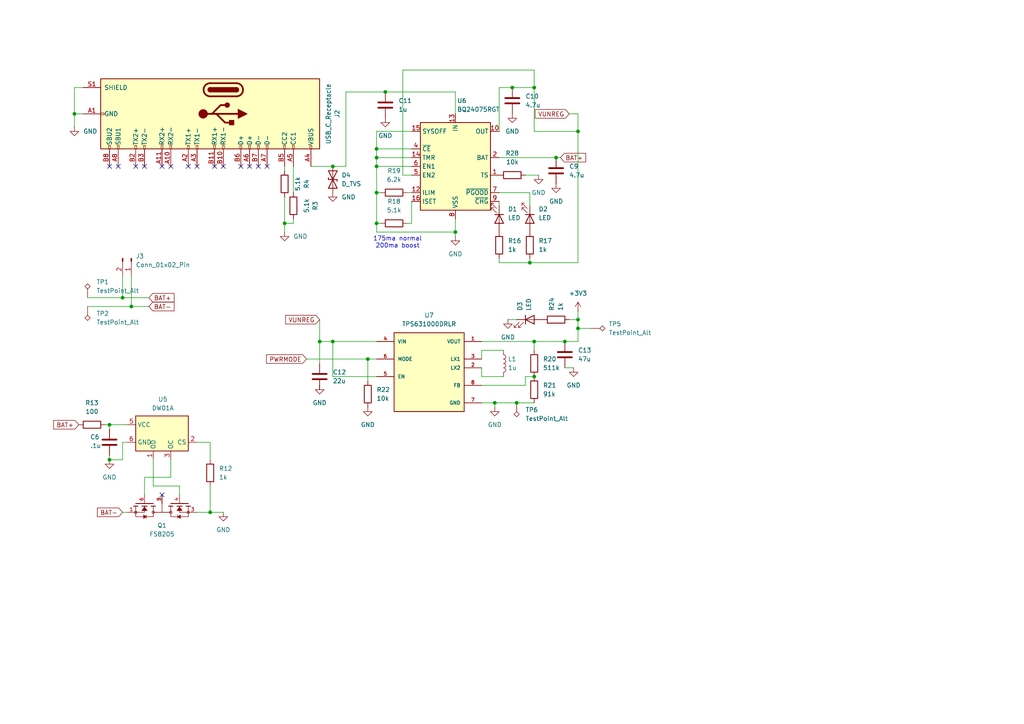
<source format=kicad_sch>
(kicad_sch
	(version 20250114)
	(generator "eeschema")
	(generator_version "9.0")
	(uuid "da3cd665-4cad-44cb-ba25-fb5027714452")
	(paper "A4")
	(lib_symbols
		(symbol "Battery_Management:BQ24075RGT"
			(exclude_from_sim no)
			(in_bom yes)
			(on_board yes)
			(property "Reference" "U"
				(at -8.89 13.97 0)
				(effects
					(font
						(size 1.27 1.27)
					)
					(justify right)
				)
			)
			(property "Value" "BQ24075RGT"
				(at 16.51 13.97 0)
				(effects
					(font
						(size 1.27 1.27)
					)
					(justify right)
				)
			)
			(property "Footprint" "Package_DFN_QFN:VQFN-16-1EP_3x3mm_P0.5mm_EP1.6x1.6mm"
				(at 7.62 -13.97 0)
				(effects
					(font
						(size 1.27 1.27)
					)
					(justify left)
					(hide yes)
				)
			)
			(property "Datasheet" "http://www.ti.com/lit/ds/symlink/bq24075.pdf"
				(at 7.62 5.08 0)
				(effects
					(font
						(size 1.27 1.27)
					)
					(hide yes)
				)
			)
			(property "Description" "USB-Friendly Li-Ion Battery Charger and Power-Path Management, VQFN-16"
				(at 0 0 0)
				(effects
					(font
						(size 1.27 1.27)
					)
					(hide yes)
				)
			)
			(property "ki_keywords" "USB Charger"
				(at 0 0 0)
				(effects
					(font
						(size 1.27 1.27)
					)
					(hide yes)
				)
			)
			(property "ki_fp_filters" "VQFN*1EP*3x3mm*P0.5mm*"
				(at 0 0 0)
				(effects
					(font
						(size 1.27 1.27)
					)
					(hide yes)
				)
			)
			(symbol "BQ24075RGT_0_1"
				(rectangle
					(start -10.16 12.7)
					(end 10.16 -12.7)
					(stroke
						(width 0.254)
						(type default)
					)
					(fill
						(type background)
					)
				)
			)
			(symbol "BQ24075RGT_1_1"
				(pin input line
					(at -12.7 10.16 0)
					(length 2.54)
					(name "SYSOFF"
						(effects
							(font
								(size 1.27 1.27)
							)
						)
					)
					(number "15"
						(effects
							(font
								(size 1.27 1.27)
							)
						)
					)
				)
				(pin input line
					(at -12.7 5.08 0)
					(length 2.54)
					(name "~{CE}"
						(effects
							(font
								(size 1.27 1.27)
							)
						)
					)
					(number "4"
						(effects
							(font
								(size 1.27 1.27)
							)
						)
					)
				)
				(pin input line
					(at -12.7 2.54 0)
					(length 2.54)
					(name "TMR"
						(effects
							(font
								(size 1.27 1.27)
							)
						)
					)
					(number "14"
						(effects
							(font
								(size 1.27 1.27)
							)
						)
					)
				)
				(pin input line
					(at -12.7 0 0)
					(length 2.54)
					(name "EN1"
						(effects
							(font
								(size 1.27 1.27)
							)
						)
					)
					(number "6"
						(effects
							(font
								(size 1.27 1.27)
							)
						)
					)
				)
				(pin input line
					(at -12.7 -2.54 0)
					(length 2.54)
					(name "EN2"
						(effects
							(font
								(size 1.27 1.27)
							)
						)
					)
					(number "5"
						(effects
							(font
								(size 1.27 1.27)
							)
						)
					)
				)
				(pin passive line
					(at -12.7 -7.62 0)
					(length 2.54)
					(name "ILIM"
						(effects
							(font
								(size 1.27 1.27)
							)
						)
					)
					(number "12"
						(effects
							(font
								(size 1.27 1.27)
							)
						)
					)
				)
				(pin passive line
					(at -12.7 -10.16 0)
					(length 2.54)
					(name "ISET"
						(effects
							(font
								(size 1.27 1.27)
							)
						)
					)
					(number "16"
						(effects
							(font
								(size 1.27 1.27)
							)
						)
					)
				)
				(pin power_in line
					(at 0 15.24 270)
					(length 2.54)
					(name "IN"
						(effects
							(font
								(size 1.27 1.27)
							)
						)
					)
					(number "13"
						(effects
							(font
								(size 1.27 1.27)
							)
						)
					)
				)
				(pin passive line
					(at 0 -15.24 90)
					(length 2.54)
					(hide yes)
					(name "VSS"
						(effects
							(font
								(size 1.27 1.27)
							)
						)
					)
					(number "17"
						(effects
							(font
								(size 1.27 1.27)
							)
						)
					)
				)
				(pin power_in line
					(at 0 -15.24 90)
					(length 2.54)
					(name "VSS"
						(effects
							(font
								(size 1.27 1.27)
							)
						)
					)
					(number "8"
						(effects
							(font
								(size 1.27 1.27)
							)
						)
					)
				)
				(pin power_out line
					(at 12.7 10.16 180)
					(length 2.54)
					(name "OUT"
						(effects
							(font
								(size 1.27 1.27)
							)
						)
					)
					(number "10"
						(effects
							(font
								(size 1.27 1.27)
							)
						)
					)
				)
				(pin passive line
					(at 12.7 10.16 180)
					(length 2.54)
					(hide yes)
					(name "OUT"
						(effects
							(font
								(size 1.27 1.27)
							)
						)
					)
					(number "11"
						(effects
							(font
								(size 1.27 1.27)
							)
						)
					)
				)
				(pin power_out line
					(at 12.7 2.54 180)
					(length 2.54)
					(name "BAT"
						(effects
							(font
								(size 1.27 1.27)
							)
						)
					)
					(number "2"
						(effects
							(font
								(size 1.27 1.27)
							)
						)
					)
				)
				(pin passive line
					(at 12.7 2.54 180)
					(length 2.54)
					(hide yes)
					(name "BAT"
						(effects
							(font
								(size 1.27 1.27)
							)
						)
					)
					(number "3"
						(effects
							(font
								(size 1.27 1.27)
							)
						)
					)
				)
				(pin passive line
					(at 12.7 -2.54 180)
					(length 2.54)
					(name "TS"
						(effects
							(font
								(size 1.27 1.27)
							)
						)
					)
					(number "1"
						(effects
							(font
								(size 1.27 1.27)
							)
						)
					)
				)
				(pin open_collector line
					(at 12.7 -7.62 180)
					(length 2.54)
					(name "~{PGOOD}"
						(effects
							(font
								(size 1.27 1.27)
							)
						)
					)
					(number "7"
						(effects
							(font
								(size 1.27 1.27)
							)
						)
					)
				)
				(pin open_collector line
					(at 12.7 -10.16 180)
					(length 2.54)
					(name "~{CHG}"
						(effects
							(font
								(size 1.27 1.27)
							)
						)
					)
					(number "9"
						(effects
							(font
								(size 1.27 1.27)
							)
						)
					)
				)
			)
			(embedded_fonts no)
		)
		(symbol "Battery_Management:DW01A"
			(exclude_from_sim no)
			(in_bom yes)
			(on_board yes)
			(property "Reference" "U"
				(at -6.604 6.35 0)
				(effects
					(font
						(size 1.27 1.27)
					)
				)
			)
			(property "Value" "DW01A"
				(at 4.318 6.604 0)
				(effects
					(font
						(size 1.27 1.27)
					)
				)
			)
			(property "Footprint" "Package_TO_SOT_SMD:SOT-23-6"
				(at 0 0 0)
				(effects
					(font
						(size 1.27 1.27)
					)
					(hide yes)
				)
			)
			(property "Datasheet" "https://hmsemi.com/downfile/DW01A.PDF"
				(at 0 0 0)
				(effects
					(font
						(size 1.27 1.27)
					)
					(hide yes)
				)
			)
			(property "Description" "Overcharge, overcurrent and overdischarge protection IC for single cell lithium-ion/polymer battery"
				(at 0.254 1.524 0)
				(effects
					(font
						(size 1.27 1.27)
					)
					(hide yes)
				)
			)
			(property "ki_keywords" "battery protection li-ion lipo overcurrent overdischarge overcharge"
				(at 0 0 0)
				(effects
					(font
						(size 1.27 1.27)
					)
					(hide yes)
				)
			)
			(property "ki_fp_filters" "SOT?23*"
				(at 0 0 0)
				(effects
					(font
						(size 1.27 1.27)
					)
					(hide yes)
				)
			)
			(symbol "DW01A_0_1"
				(pin power_in line
					(at -10.16 2.54 0)
					(length 2.54)
					(name "VCC"
						(effects
							(font
								(size 1.27 1.27)
							)
						)
					)
					(number "5"
						(effects
							(font
								(size 1.27 1.27)
							)
						)
					)
				)
				(pin power_in line
					(at -10.16 -2.54 0)
					(length 2.54)
					(name "GND"
						(effects
							(font
								(size 1.27 1.27)
							)
						)
					)
					(number "6"
						(effects
							(font
								(size 1.27 1.27)
							)
						)
					)
				)
				(pin output line
					(at -2.54 -7.62 90)
					(length 2.54)
					(name "OD"
						(effects
							(font
								(size 1.27 1.27)
							)
						)
					)
					(number "1"
						(effects
							(font
								(size 1.27 1.27)
							)
						)
					)
				)
				(pin output line
					(at 2.54 -7.62 90)
					(length 2.54)
					(name "OC"
						(effects
							(font
								(size 1.27 1.27)
							)
						)
					)
					(number "3"
						(effects
							(font
								(size 1.27 1.27)
							)
						)
					)
				)
				(pin input line
					(at 10.16 -2.54 180)
					(length 2.54)
					(name "CS"
						(effects
							(font
								(size 1.27 1.27)
							)
						)
					)
					(number "2"
						(effects
							(font
								(size 1.27 1.27)
							)
						)
					)
				)
			)
			(symbol "DW01A_1_1"
				(rectangle
					(start -7.62 5.08)
					(end 7.62 -5.08)
					(stroke
						(width 0.254)
						(type default)
					)
					(fill
						(type background)
					)
				)
				(pin no_connect line
					(at 10.16 2.54 180)
					(length 2.54)
					(hide yes)
					(name "TD"
						(effects
							(font
								(size 1.27 1.27)
							)
						)
					)
					(number "4"
						(effects
							(font
								(size 1.27 1.27)
							)
						)
					)
				)
			)
			(embedded_fonts no)
		)
		(symbol "Connector:Conn_01x02_Pin"
			(pin_names
				(offset 1.016)
				(hide yes)
			)
			(exclude_from_sim no)
			(in_bom yes)
			(on_board yes)
			(property "Reference" "J"
				(at 0 2.54 0)
				(effects
					(font
						(size 1.27 1.27)
					)
				)
			)
			(property "Value" "Conn_01x02_Pin"
				(at 0 -5.08 0)
				(effects
					(font
						(size 1.27 1.27)
					)
				)
			)
			(property "Footprint" ""
				(at 0 0 0)
				(effects
					(font
						(size 1.27 1.27)
					)
					(hide yes)
				)
			)
			(property "Datasheet" "~"
				(at 0 0 0)
				(effects
					(font
						(size 1.27 1.27)
					)
					(hide yes)
				)
			)
			(property "Description" "Generic connector, single row, 01x02, script generated"
				(at 0 0 0)
				(effects
					(font
						(size 1.27 1.27)
					)
					(hide yes)
				)
			)
			(property "ki_locked" ""
				(at 0 0 0)
				(effects
					(font
						(size 1.27 1.27)
					)
				)
			)
			(property "ki_keywords" "connector"
				(at 0 0 0)
				(effects
					(font
						(size 1.27 1.27)
					)
					(hide yes)
				)
			)
			(property "ki_fp_filters" "Connector*:*_1x??_*"
				(at 0 0 0)
				(effects
					(font
						(size 1.27 1.27)
					)
					(hide yes)
				)
			)
			(symbol "Conn_01x02_Pin_1_1"
				(rectangle
					(start 0.8636 0.127)
					(end 0 -0.127)
					(stroke
						(width 0.1524)
						(type default)
					)
					(fill
						(type outline)
					)
				)
				(rectangle
					(start 0.8636 -2.413)
					(end 0 -2.667)
					(stroke
						(width 0.1524)
						(type default)
					)
					(fill
						(type outline)
					)
				)
				(polyline
					(pts
						(xy 1.27 0) (xy 0.8636 0)
					)
					(stroke
						(width 0.1524)
						(type default)
					)
					(fill
						(type none)
					)
				)
				(polyline
					(pts
						(xy 1.27 -2.54) (xy 0.8636 -2.54)
					)
					(stroke
						(width 0.1524)
						(type default)
					)
					(fill
						(type none)
					)
				)
				(pin passive line
					(at 5.08 0 180)
					(length 3.81)
					(name "Pin_1"
						(effects
							(font
								(size 1.27 1.27)
							)
						)
					)
					(number "1"
						(effects
							(font
								(size 1.27 1.27)
							)
						)
					)
				)
				(pin passive line
					(at 5.08 -2.54 180)
					(length 3.81)
					(name "Pin_2"
						(effects
							(font
								(size 1.27 1.27)
							)
						)
					)
					(number "2"
						(effects
							(font
								(size 1.27 1.27)
							)
						)
					)
				)
			)
			(embedded_fonts no)
		)
		(symbol "Connector:TestPoint_Alt"
			(pin_numbers
				(hide yes)
			)
			(pin_names
				(offset 0.762)
				(hide yes)
			)
			(exclude_from_sim no)
			(in_bom yes)
			(on_board yes)
			(property "Reference" "TP"
				(at 0 6.858 0)
				(effects
					(font
						(size 1.27 1.27)
					)
				)
			)
			(property "Value" "TestPoint_Alt"
				(at 0 5.08 0)
				(effects
					(font
						(size 1.27 1.27)
					)
				)
			)
			(property "Footprint" ""
				(at 5.08 0 0)
				(effects
					(font
						(size 1.27 1.27)
					)
					(hide yes)
				)
			)
			(property "Datasheet" "~"
				(at 5.08 0 0)
				(effects
					(font
						(size 1.27 1.27)
					)
					(hide yes)
				)
			)
			(property "Description" "test point (alternative shape)"
				(at 0 0 0)
				(effects
					(font
						(size 1.27 1.27)
					)
					(hide yes)
				)
			)
			(property "ki_keywords" "test point tp"
				(at 0 0 0)
				(effects
					(font
						(size 1.27 1.27)
					)
					(hide yes)
				)
			)
			(property "ki_fp_filters" "Pin* Test*"
				(at 0 0 0)
				(effects
					(font
						(size 1.27 1.27)
					)
					(hide yes)
				)
			)
			(symbol "TestPoint_Alt_0_1"
				(polyline
					(pts
						(xy 0 2.54) (xy -0.762 3.302) (xy 0 4.064) (xy 0.762 3.302) (xy 0 2.54)
					)
					(stroke
						(width 0)
						(type default)
					)
					(fill
						(type none)
					)
				)
			)
			(symbol "TestPoint_Alt_1_1"
				(pin passive line
					(at 0 0 90)
					(length 2.54)
					(name "1"
						(effects
							(font
								(size 1.27 1.27)
							)
						)
					)
					(number "1"
						(effects
							(font
								(size 1.27 1.27)
							)
						)
					)
				)
			)
			(embedded_fonts no)
		)
		(symbol "Connector:USB_C_Receptacle"
			(pin_names
				(offset 1.016)
			)
			(exclude_from_sim no)
			(in_bom yes)
			(on_board yes)
			(property "Reference" "J"
				(at -10.16 29.21 0)
				(effects
					(font
						(size 1.27 1.27)
					)
					(justify left)
				)
			)
			(property "Value" "USB_C_Receptacle"
				(at 10.16 29.21 0)
				(effects
					(font
						(size 1.27 1.27)
					)
					(justify right)
				)
			)
			(property "Footprint" ""
				(at 3.81 0 0)
				(effects
					(font
						(size 1.27 1.27)
					)
					(hide yes)
				)
			)
			(property "Datasheet" "https://www.usb.org/sites/default/files/documents/usb_type-c.zip"
				(at 3.81 0 0)
				(effects
					(font
						(size 1.27 1.27)
					)
					(hide yes)
				)
			)
			(property "Description" "USB Full-Featured Type-C Receptacle connector"
				(at 0 0 0)
				(effects
					(font
						(size 1.27 1.27)
					)
					(hide yes)
				)
			)
			(property "ki_keywords" "usb universal serial bus type-C full-featured"
				(at 0 0 0)
				(effects
					(font
						(size 1.27 1.27)
					)
					(hide yes)
				)
			)
			(property "ki_fp_filters" "USB*C*Receptacle*"
				(at 0 0 0)
				(effects
					(font
						(size 1.27 1.27)
					)
					(hide yes)
				)
			)
			(symbol "USB_C_Receptacle_0_0"
				(rectangle
					(start -0.254 -35.56)
					(end 0.254 -34.544)
					(stroke
						(width 0)
						(type default)
					)
					(fill
						(type none)
					)
				)
				(rectangle
					(start 10.16 25.654)
					(end 9.144 25.146)
					(stroke
						(width 0)
						(type default)
					)
					(fill
						(type none)
					)
				)
				(rectangle
					(start 10.16 20.574)
					(end 9.144 20.066)
					(stroke
						(width 0)
						(type default)
					)
					(fill
						(type none)
					)
				)
				(rectangle
					(start 10.16 18.034)
					(end 9.144 17.526)
					(stroke
						(width 0)
						(type default)
					)
					(fill
						(type none)
					)
				)
				(rectangle
					(start 10.16 12.954)
					(end 9.144 12.446)
					(stroke
						(width 0)
						(type default)
					)
					(fill
						(type none)
					)
				)
				(rectangle
					(start 10.16 10.414)
					(end 9.144 9.906)
					(stroke
						(width 0)
						(type default)
					)
					(fill
						(type none)
					)
				)
				(rectangle
					(start 10.16 7.874)
					(end 9.144 7.366)
					(stroke
						(width 0)
						(type default)
					)
					(fill
						(type none)
					)
				)
				(rectangle
					(start 10.16 5.334)
					(end 9.144 4.826)
					(stroke
						(width 0)
						(type default)
					)
					(fill
						(type none)
					)
				)
				(rectangle
					(start 10.16 0.254)
					(end 9.144 -0.254)
					(stroke
						(width 0)
						(type default)
					)
					(fill
						(type none)
					)
				)
				(rectangle
					(start 10.16 -2.286)
					(end 9.144 -2.794)
					(stroke
						(width 0)
						(type default)
					)
					(fill
						(type none)
					)
				)
				(rectangle
					(start 10.16 -7.366)
					(end 9.144 -7.874)
					(stroke
						(width 0)
						(type default)
					)
					(fill
						(type none)
					)
				)
				(rectangle
					(start 10.16 -9.906)
					(end 9.144 -10.414)
					(stroke
						(width 0)
						(type default)
					)
					(fill
						(type none)
					)
				)
				(rectangle
					(start 10.16 -14.986)
					(end 9.144 -15.494)
					(stroke
						(width 0)
						(type default)
					)
					(fill
						(type none)
					)
				)
				(rectangle
					(start 10.16 -17.526)
					(end 9.144 -18.034)
					(stroke
						(width 0)
						(type default)
					)
					(fill
						(type none)
					)
				)
				(rectangle
					(start 10.16 -22.606)
					(end 9.144 -23.114)
					(stroke
						(width 0)
						(type default)
					)
					(fill
						(type none)
					)
				)
				(rectangle
					(start 10.16 -25.146)
					(end 9.144 -25.654)
					(stroke
						(width 0)
						(type default)
					)
					(fill
						(type none)
					)
				)
				(rectangle
					(start 10.16 -30.226)
					(end 9.144 -30.734)
					(stroke
						(width 0)
						(type default)
					)
					(fill
						(type none)
					)
				)
				(rectangle
					(start 10.16 -32.766)
					(end 9.144 -33.274)
					(stroke
						(width 0)
						(type default)
					)
					(fill
						(type none)
					)
				)
			)
			(symbol "USB_C_Receptacle_0_1"
				(rectangle
					(start -10.16 27.94)
					(end 10.16 -35.56)
					(stroke
						(width 0.254)
						(type default)
					)
					(fill
						(type background)
					)
				)
				(polyline
					(pts
						(xy -8.89 -3.81) (xy -8.89 3.81)
					)
					(stroke
						(width 0.508)
						(type default)
					)
					(fill
						(type none)
					)
				)
				(rectangle
					(start -7.62 -3.81)
					(end -6.35 3.81)
					(stroke
						(width 0.254)
						(type default)
					)
					(fill
						(type outline)
					)
				)
				(arc
					(start -7.62 3.81)
					(mid -6.985 4.4423)
					(end -6.35 3.81)
					(stroke
						(width 0.254)
						(type default)
					)
					(fill
						(type none)
					)
				)
				(arc
					(start -7.62 3.81)
					(mid -6.985 4.4423)
					(end -6.35 3.81)
					(stroke
						(width 0.254)
						(type default)
					)
					(fill
						(type outline)
					)
				)
				(arc
					(start -8.89 3.81)
					(mid -6.985 5.7067)
					(end -5.08 3.81)
					(stroke
						(width 0.508)
						(type default)
					)
					(fill
						(type none)
					)
				)
				(arc
					(start -5.08 -3.81)
					(mid -6.985 -5.7067)
					(end -8.89 -3.81)
					(stroke
						(width 0.508)
						(type default)
					)
					(fill
						(type none)
					)
				)
				(arc
					(start -6.35 -3.81)
					(mid -6.985 -4.4423)
					(end -7.62 -3.81)
					(stroke
						(width 0.254)
						(type default)
					)
					(fill
						(type none)
					)
				)
				(arc
					(start -6.35 -3.81)
					(mid -6.985 -4.4423)
					(end -7.62 -3.81)
					(stroke
						(width 0.254)
						(type default)
					)
					(fill
						(type outline)
					)
				)
				(polyline
					(pts
						(xy -5.08 3.81) (xy -5.08 -3.81)
					)
					(stroke
						(width 0.508)
						(type default)
					)
					(fill
						(type none)
					)
				)
			)
			(symbol "USB_C_Receptacle_1_1"
				(circle
					(center -2.54 1.143)
					(radius 0.635)
					(stroke
						(width 0.254)
						(type default)
					)
					(fill
						(type outline)
					)
				)
				(polyline
					(pts
						(xy -1.27 4.318) (xy 0 6.858) (xy 1.27 4.318) (xy -1.27 4.318)
					)
					(stroke
						(width 0.254)
						(type default)
					)
					(fill
						(type outline)
					)
				)
				(polyline
					(pts
						(xy 0 -2.032) (xy 2.54 0.508) (xy 2.54 1.778)
					)
					(stroke
						(width 0.508)
						(type default)
					)
					(fill
						(type none)
					)
				)
				(polyline
					(pts
						(xy 0 -3.302) (xy -2.54 -0.762) (xy -2.54 0.508)
					)
					(stroke
						(width 0.508)
						(type default)
					)
					(fill
						(type none)
					)
				)
				(polyline
					(pts
						(xy 0 -5.842) (xy 0 4.318)
					)
					(stroke
						(width 0.508)
						(type default)
					)
					(fill
						(type none)
					)
				)
				(circle
					(center 0 -5.842)
					(radius 1.27)
					(stroke
						(width 0)
						(type default)
					)
					(fill
						(type outline)
					)
				)
				(rectangle
					(start 1.905 1.778)
					(end 3.175 3.048)
					(stroke
						(width 0.254)
						(type default)
					)
					(fill
						(type outline)
					)
				)
				(pin passive line
					(at -7.62 -40.64 90)
					(length 5.08)
					(name "SHIELD"
						(effects
							(font
								(size 1.27 1.27)
							)
						)
					)
					(number "S1"
						(effects
							(font
								(size 1.27 1.27)
							)
						)
					)
				)
				(pin passive line
					(at 0 -40.64 90)
					(length 5.08)
					(name "GND"
						(effects
							(font
								(size 1.27 1.27)
							)
						)
					)
					(number "A1"
						(effects
							(font
								(size 1.27 1.27)
							)
						)
					)
				)
				(pin passive line
					(at 0 -40.64 90)
					(length 5.08)
					(hide yes)
					(name "GND"
						(effects
							(font
								(size 1.27 1.27)
							)
						)
					)
					(number "A12"
						(effects
							(font
								(size 1.27 1.27)
							)
						)
					)
				)
				(pin passive line
					(at 0 -40.64 90)
					(length 5.08)
					(hide yes)
					(name "GND"
						(effects
							(font
								(size 1.27 1.27)
							)
						)
					)
					(number "B1"
						(effects
							(font
								(size 1.27 1.27)
							)
						)
					)
				)
				(pin passive line
					(at 0 -40.64 90)
					(length 5.08)
					(hide yes)
					(name "GND"
						(effects
							(font
								(size 1.27 1.27)
							)
						)
					)
					(number "B12"
						(effects
							(font
								(size 1.27 1.27)
							)
						)
					)
				)
				(pin passive line
					(at 15.24 25.4 180)
					(length 5.08)
					(name "VBUS"
						(effects
							(font
								(size 1.27 1.27)
							)
						)
					)
					(number "A4"
						(effects
							(font
								(size 1.27 1.27)
							)
						)
					)
				)
				(pin passive line
					(at 15.24 25.4 180)
					(length 5.08)
					(hide yes)
					(name "VBUS"
						(effects
							(font
								(size 1.27 1.27)
							)
						)
					)
					(number "A9"
						(effects
							(font
								(size 1.27 1.27)
							)
						)
					)
				)
				(pin passive line
					(at 15.24 25.4 180)
					(length 5.08)
					(hide yes)
					(name "VBUS"
						(effects
							(font
								(size 1.27 1.27)
							)
						)
					)
					(number "B4"
						(effects
							(font
								(size 1.27 1.27)
							)
						)
					)
				)
				(pin passive line
					(at 15.24 25.4 180)
					(length 5.08)
					(hide yes)
					(name "VBUS"
						(effects
							(font
								(size 1.27 1.27)
							)
						)
					)
					(number "B9"
						(effects
							(font
								(size 1.27 1.27)
							)
						)
					)
				)
				(pin bidirectional line
					(at 15.24 20.32 180)
					(length 5.08)
					(name "CC1"
						(effects
							(font
								(size 1.27 1.27)
							)
						)
					)
					(number "A5"
						(effects
							(font
								(size 1.27 1.27)
							)
						)
					)
				)
				(pin bidirectional line
					(at 15.24 17.78 180)
					(length 5.08)
					(name "CC2"
						(effects
							(font
								(size 1.27 1.27)
							)
						)
					)
					(number "B5"
						(effects
							(font
								(size 1.27 1.27)
							)
						)
					)
				)
				(pin bidirectional line
					(at 15.24 12.7 180)
					(length 5.08)
					(name "D-"
						(effects
							(font
								(size 1.27 1.27)
							)
						)
					)
					(number "A7"
						(effects
							(font
								(size 1.27 1.27)
							)
						)
					)
				)
				(pin bidirectional line
					(at 15.24 10.16 180)
					(length 5.08)
					(name "D-"
						(effects
							(font
								(size 1.27 1.27)
							)
						)
					)
					(number "B7"
						(effects
							(font
								(size 1.27 1.27)
							)
						)
					)
				)
				(pin bidirectional line
					(at 15.24 7.62 180)
					(length 5.08)
					(name "D+"
						(effects
							(font
								(size 1.27 1.27)
							)
						)
					)
					(number "A6"
						(effects
							(font
								(size 1.27 1.27)
							)
						)
					)
				)
				(pin bidirectional line
					(at 15.24 5.08 180)
					(length 5.08)
					(name "D+"
						(effects
							(font
								(size 1.27 1.27)
							)
						)
					)
					(number "B6"
						(effects
							(font
								(size 1.27 1.27)
							)
						)
					)
				)
				(pin bidirectional line
					(at 15.24 0 180)
					(length 5.08)
					(name "RX1-"
						(effects
							(font
								(size 1.27 1.27)
							)
						)
					)
					(number "B10"
						(effects
							(font
								(size 1.27 1.27)
							)
						)
					)
				)
				(pin bidirectional line
					(at 15.24 -2.54 180)
					(length 5.08)
					(name "RX1+"
						(effects
							(font
								(size 1.27 1.27)
							)
						)
					)
					(number "B11"
						(effects
							(font
								(size 1.27 1.27)
							)
						)
					)
				)
				(pin bidirectional line
					(at 15.24 -7.62 180)
					(length 5.08)
					(name "TX1-"
						(effects
							(font
								(size 1.27 1.27)
							)
						)
					)
					(number "A3"
						(effects
							(font
								(size 1.27 1.27)
							)
						)
					)
				)
				(pin bidirectional line
					(at 15.24 -10.16 180)
					(length 5.08)
					(name "TX1+"
						(effects
							(font
								(size 1.27 1.27)
							)
						)
					)
					(number "A2"
						(effects
							(font
								(size 1.27 1.27)
							)
						)
					)
				)
				(pin bidirectional line
					(at 15.24 -15.24 180)
					(length 5.08)
					(name "RX2-"
						(effects
							(font
								(size 1.27 1.27)
							)
						)
					)
					(number "A10"
						(effects
							(font
								(size 1.27 1.27)
							)
						)
					)
				)
				(pin bidirectional line
					(at 15.24 -17.78 180)
					(length 5.08)
					(name "RX2+"
						(effects
							(font
								(size 1.27 1.27)
							)
						)
					)
					(number "A11"
						(effects
							(font
								(size 1.27 1.27)
							)
						)
					)
				)
				(pin bidirectional line
					(at 15.24 -22.86 180)
					(length 5.08)
					(name "TX2-"
						(effects
							(font
								(size 1.27 1.27)
							)
						)
					)
					(number "B3"
						(effects
							(font
								(size 1.27 1.27)
							)
						)
					)
				)
				(pin bidirectional line
					(at 15.24 -25.4 180)
					(length 5.08)
					(name "TX2+"
						(effects
							(font
								(size 1.27 1.27)
							)
						)
					)
					(number "B2"
						(effects
							(font
								(size 1.27 1.27)
							)
						)
					)
				)
				(pin bidirectional line
					(at 15.24 -30.48 180)
					(length 5.08)
					(name "SBU1"
						(effects
							(font
								(size 1.27 1.27)
							)
						)
					)
					(number "A8"
						(effects
							(font
								(size 1.27 1.27)
							)
						)
					)
				)
				(pin bidirectional line
					(at 15.24 -33.02 180)
					(length 5.08)
					(name "SBU2"
						(effects
							(font
								(size 1.27 1.27)
							)
						)
					)
					(number "B8"
						(effects
							(font
								(size 1.27 1.27)
							)
						)
					)
				)
			)
			(embedded_fonts no)
		)
		(symbol "Device:C"
			(pin_numbers
				(hide yes)
			)
			(pin_names
				(offset 0.254)
			)
			(exclude_from_sim no)
			(in_bom yes)
			(on_board yes)
			(property "Reference" "C"
				(at 0.635 2.54 0)
				(effects
					(font
						(size 1.27 1.27)
					)
					(justify left)
				)
			)
			(property "Value" "C"
				(at 0.635 -2.54 0)
				(effects
					(font
						(size 1.27 1.27)
					)
					(justify left)
				)
			)
			(property "Footprint" ""
				(at 0.9652 -3.81 0)
				(effects
					(font
						(size 1.27 1.27)
					)
					(hide yes)
				)
			)
			(property "Datasheet" "~"
				(at 0 0 0)
				(effects
					(font
						(size 1.27 1.27)
					)
					(hide yes)
				)
			)
			(property "Description" "Unpolarized capacitor"
				(at 0 0 0)
				(effects
					(font
						(size 1.27 1.27)
					)
					(hide yes)
				)
			)
			(property "ki_keywords" "cap capacitor"
				(at 0 0 0)
				(effects
					(font
						(size 1.27 1.27)
					)
					(hide yes)
				)
			)
			(property "ki_fp_filters" "C_*"
				(at 0 0 0)
				(effects
					(font
						(size 1.27 1.27)
					)
					(hide yes)
				)
			)
			(symbol "C_0_1"
				(polyline
					(pts
						(xy -2.032 0.762) (xy 2.032 0.762)
					)
					(stroke
						(width 0.508)
						(type default)
					)
					(fill
						(type none)
					)
				)
				(polyline
					(pts
						(xy -2.032 -0.762) (xy 2.032 -0.762)
					)
					(stroke
						(width 0.508)
						(type default)
					)
					(fill
						(type none)
					)
				)
			)
			(symbol "C_1_1"
				(pin passive line
					(at 0 3.81 270)
					(length 2.794)
					(name "~"
						(effects
							(font
								(size 1.27 1.27)
							)
						)
					)
					(number "1"
						(effects
							(font
								(size 1.27 1.27)
							)
						)
					)
				)
				(pin passive line
					(at 0 -3.81 90)
					(length 2.794)
					(name "~"
						(effects
							(font
								(size 1.27 1.27)
							)
						)
					)
					(number "2"
						(effects
							(font
								(size 1.27 1.27)
							)
						)
					)
				)
			)
			(embedded_fonts no)
		)
		(symbol "Device:D_TVS"
			(pin_numbers
				(hide yes)
			)
			(pin_names
				(offset 1.016)
				(hide yes)
			)
			(exclude_from_sim no)
			(in_bom yes)
			(on_board yes)
			(property "Reference" "D"
				(at 0 2.54 0)
				(effects
					(font
						(size 1.27 1.27)
					)
				)
			)
			(property "Value" "D_TVS"
				(at 0 -2.54 0)
				(effects
					(font
						(size 1.27 1.27)
					)
				)
			)
			(property "Footprint" ""
				(at 0 0 0)
				(effects
					(font
						(size 1.27 1.27)
					)
					(hide yes)
				)
			)
			(property "Datasheet" "~"
				(at 0 0 0)
				(effects
					(font
						(size 1.27 1.27)
					)
					(hide yes)
				)
			)
			(property "Description" "Bidirectional transient-voltage-suppression diode"
				(at 0 0 0)
				(effects
					(font
						(size 1.27 1.27)
					)
					(hide yes)
				)
			)
			(property "ki_keywords" "diode TVS thyrector"
				(at 0 0 0)
				(effects
					(font
						(size 1.27 1.27)
					)
					(hide yes)
				)
			)
			(property "ki_fp_filters" "TO-???* *_Diode_* *SingleDiode* D_*"
				(at 0 0 0)
				(effects
					(font
						(size 1.27 1.27)
					)
					(hide yes)
				)
			)
			(symbol "D_TVS_0_1"
				(polyline
					(pts
						(xy -2.54 1.27) (xy -2.54 -1.27) (xy 2.54 1.27) (xy 2.54 -1.27) (xy -2.54 1.27)
					)
					(stroke
						(width 0.254)
						(type default)
					)
					(fill
						(type none)
					)
				)
				(polyline
					(pts
						(xy 0.508 1.27) (xy 0 1.27) (xy 0 -1.27) (xy -0.508 -1.27)
					)
					(stroke
						(width 0.254)
						(type default)
					)
					(fill
						(type none)
					)
				)
				(polyline
					(pts
						(xy 1.27 0) (xy -1.27 0)
					)
					(stroke
						(width 0)
						(type default)
					)
					(fill
						(type none)
					)
				)
			)
			(symbol "D_TVS_1_1"
				(pin passive line
					(at -3.81 0 0)
					(length 2.54)
					(name "A1"
						(effects
							(font
								(size 1.27 1.27)
							)
						)
					)
					(number "1"
						(effects
							(font
								(size 1.27 1.27)
							)
						)
					)
				)
				(pin passive line
					(at 3.81 0 180)
					(length 2.54)
					(name "A2"
						(effects
							(font
								(size 1.27 1.27)
							)
						)
					)
					(number "2"
						(effects
							(font
								(size 1.27 1.27)
							)
						)
					)
				)
			)
			(embedded_fonts no)
		)
		(symbol "Device:L"
			(pin_numbers
				(hide yes)
			)
			(pin_names
				(offset 1.016)
				(hide yes)
			)
			(exclude_from_sim no)
			(in_bom yes)
			(on_board yes)
			(property "Reference" "L"
				(at -1.27 0 90)
				(effects
					(font
						(size 1.27 1.27)
					)
				)
			)
			(property "Value" "L"
				(at 1.905 0 90)
				(effects
					(font
						(size 1.27 1.27)
					)
				)
			)
			(property "Footprint" ""
				(at 0 0 0)
				(effects
					(font
						(size 1.27 1.27)
					)
					(hide yes)
				)
			)
			(property "Datasheet" "~"
				(at 0 0 0)
				(effects
					(font
						(size 1.27 1.27)
					)
					(hide yes)
				)
			)
			(property "Description" "Inductor"
				(at 0 0 0)
				(effects
					(font
						(size 1.27 1.27)
					)
					(hide yes)
				)
			)
			(property "ki_keywords" "inductor choke coil reactor magnetic"
				(at 0 0 0)
				(effects
					(font
						(size 1.27 1.27)
					)
					(hide yes)
				)
			)
			(property "ki_fp_filters" "Choke_* *Coil* Inductor_* L_*"
				(at 0 0 0)
				(effects
					(font
						(size 1.27 1.27)
					)
					(hide yes)
				)
			)
			(symbol "L_0_1"
				(arc
					(start 0 2.54)
					(mid 0.6323 1.905)
					(end 0 1.27)
					(stroke
						(width 0)
						(type default)
					)
					(fill
						(type none)
					)
				)
				(arc
					(start 0 1.27)
					(mid 0.6323 0.635)
					(end 0 0)
					(stroke
						(width 0)
						(type default)
					)
					(fill
						(type none)
					)
				)
				(arc
					(start 0 0)
					(mid 0.6323 -0.635)
					(end 0 -1.27)
					(stroke
						(width 0)
						(type default)
					)
					(fill
						(type none)
					)
				)
				(arc
					(start 0 -1.27)
					(mid 0.6323 -1.905)
					(end 0 -2.54)
					(stroke
						(width 0)
						(type default)
					)
					(fill
						(type none)
					)
				)
			)
			(symbol "L_1_1"
				(pin passive line
					(at 0 3.81 270)
					(length 1.27)
					(name "1"
						(effects
							(font
								(size 1.27 1.27)
							)
						)
					)
					(number "1"
						(effects
							(font
								(size 1.27 1.27)
							)
						)
					)
				)
				(pin passive line
					(at 0 -3.81 90)
					(length 1.27)
					(name "2"
						(effects
							(font
								(size 1.27 1.27)
							)
						)
					)
					(number "2"
						(effects
							(font
								(size 1.27 1.27)
							)
						)
					)
				)
			)
			(embedded_fonts no)
		)
		(symbol "Device:LED"
			(pin_numbers
				(hide yes)
			)
			(pin_names
				(offset 1.016)
				(hide yes)
			)
			(exclude_from_sim no)
			(in_bom yes)
			(on_board yes)
			(property "Reference" "D"
				(at 0 2.54 0)
				(effects
					(font
						(size 1.27 1.27)
					)
				)
			)
			(property "Value" "LED"
				(at 0 -2.54 0)
				(effects
					(font
						(size 1.27 1.27)
					)
				)
			)
			(property "Footprint" ""
				(at 0 0 0)
				(effects
					(font
						(size 1.27 1.27)
					)
					(hide yes)
				)
			)
			(property "Datasheet" "~"
				(at 0 0 0)
				(effects
					(font
						(size 1.27 1.27)
					)
					(hide yes)
				)
			)
			(property "Description" "Light emitting diode"
				(at 0 0 0)
				(effects
					(font
						(size 1.27 1.27)
					)
					(hide yes)
				)
			)
			(property "Sim.Pins" "1=K 2=A"
				(at 0 0 0)
				(effects
					(font
						(size 1.27 1.27)
					)
					(hide yes)
				)
			)
			(property "ki_keywords" "LED diode"
				(at 0 0 0)
				(effects
					(font
						(size 1.27 1.27)
					)
					(hide yes)
				)
			)
			(property "ki_fp_filters" "LED* LED_SMD:* LED_THT:*"
				(at 0 0 0)
				(effects
					(font
						(size 1.27 1.27)
					)
					(hide yes)
				)
			)
			(symbol "LED_0_1"
				(polyline
					(pts
						(xy -3.048 -0.762) (xy -4.572 -2.286) (xy -3.81 -2.286) (xy -4.572 -2.286) (xy -4.572 -1.524)
					)
					(stroke
						(width 0)
						(type default)
					)
					(fill
						(type none)
					)
				)
				(polyline
					(pts
						(xy -1.778 -0.762) (xy -3.302 -2.286) (xy -2.54 -2.286) (xy -3.302 -2.286) (xy -3.302 -1.524)
					)
					(stroke
						(width 0)
						(type default)
					)
					(fill
						(type none)
					)
				)
				(polyline
					(pts
						(xy -1.27 0) (xy 1.27 0)
					)
					(stroke
						(width 0)
						(type default)
					)
					(fill
						(type none)
					)
				)
				(polyline
					(pts
						(xy -1.27 -1.27) (xy -1.27 1.27)
					)
					(stroke
						(width 0.254)
						(type default)
					)
					(fill
						(type none)
					)
				)
				(polyline
					(pts
						(xy 1.27 -1.27) (xy 1.27 1.27) (xy -1.27 0) (xy 1.27 -1.27)
					)
					(stroke
						(width 0.254)
						(type default)
					)
					(fill
						(type none)
					)
				)
			)
			(symbol "LED_1_1"
				(pin passive line
					(at -3.81 0 0)
					(length 2.54)
					(name "K"
						(effects
							(font
								(size 1.27 1.27)
							)
						)
					)
					(number "1"
						(effects
							(font
								(size 1.27 1.27)
							)
						)
					)
				)
				(pin passive line
					(at 3.81 0 180)
					(length 2.54)
					(name "A"
						(effects
							(font
								(size 1.27 1.27)
							)
						)
					)
					(number "2"
						(effects
							(font
								(size 1.27 1.27)
							)
						)
					)
				)
			)
			(embedded_fonts no)
		)
		(symbol "Device:R"
			(pin_numbers
				(hide yes)
			)
			(pin_names
				(offset 0)
			)
			(exclude_from_sim no)
			(in_bom yes)
			(on_board yes)
			(property "Reference" "R"
				(at 2.032 0 90)
				(effects
					(font
						(size 1.27 1.27)
					)
				)
			)
			(property "Value" "R"
				(at 0 0 90)
				(effects
					(font
						(size 1.27 1.27)
					)
				)
			)
			(property "Footprint" ""
				(at -1.778 0 90)
				(effects
					(font
						(size 1.27 1.27)
					)
					(hide yes)
				)
			)
			(property "Datasheet" "~"
				(at 0 0 0)
				(effects
					(font
						(size 1.27 1.27)
					)
					(hide yes)
				)
			)
			(property "Description" "Resistor"
				(at 0 0 0)
				(effects
					(font
						(size 1.27 1.27)
					)
					(hide yes)
				)
			)
			(property "ki_keywords" "R res resistor"
				(at 0 0 0)
				(effects
					(font
						(size 1.27 1.27)
					)
					(hide yes)
				)
			)
			(property "ki_fp_filters" "R_*"
				(at 0 0 0)
				(effects
					(font
						(size 1.27 1.27)
					)
					(hide yes)
				)
			)
			(symbol "R_0_1"
				(rectangle
					(start -1.016 -2.54)
					(end 1.016 2.54)
					(stroke
						(width 0.254)
						(type default)
					)
					(fill
						(type none)
					)
				)
			)
			(symbol "R_1_1"
				(pin passive line
					(at 0 3.81 270)
					(length 1.27)
					(name "~"
						(effects
							(font
								(size 1.27 1.27)
							)
						)
					)
					(number "1"
						(effects
							(font
								(size 1.27 1.27)
							)
						)
					)
				)
				(pin passive line
					(at 0 -3.81 90)
					(length 1.27)
					(name "~"
						(effects
							(font
								(size 1.27 1.27)
							)
						)
					)
					(number "2"
						(effects
							(font
								(size 1.27 1.27)
							)
						)
					)
				)
			)
			(embedded_fonts no)
		)
		(symbol "FS8205:FS8205"
			(pin_names
				(offset 1.016)
			)
			(exclude_from_sim no)
			(in_bom yes)
			(on_board yes)
			(property "Reference" "Q"
				(at 2.54 2.286 0)
				(effects
					(font
						(size 1.27 1.27)
					)
					(justify left top)
				)
			)
			(property "Value" "FS8205"
				(at 2.54 -2.032 0)
				(effects
					(font
						(size 1.27 1.27)
					)
					(justify left bottom)
				)
			)
			(property "Footprint" "FS8205:SOT95P280X145-6N"
				(at 0 0 0)
				(effects
					(font
						(size 1.27 1.27)
					)
					(justify bottom)
					(hide yes)
				)
			)
			(property "Datasheet" ""
				(at 0 0 0)
				(effects
					(font
						(size 1.27 1.27)
					)
					(hide yes)
				)
			)
			(property "Description" ""
				(at 0 0 0)
				(effects
					(font
						(size 1.27 1.27)
					)
					(hide yes)
				)
			)
			(property "MF" "Fortune Semiconductor"
				(at 0 0 0)
				(effects
					(font
						(size 1.27 1.27)
					)
					(justify bottom)
					(hide yes)
				)
			)
			(property "MAXIMUM_PACKAGE_HEIGHT" "1.45mm"
				(at 0 0 0)
				(effects
					(font
						(size 1.27 1.27)
					)
					(justify bottom)
					(hide yes)
				)
			)
			(property "Package" "Package"
				(at 0 0 0)
				(effects
					(font
						(size 1.27 1.27)
					)
					(justify bottom)
					(hide yes)
				)
			)
			(property "Price" "None"
				(at 0 0 0)
				(effects
					(font
						(size 1.27 1.27)
					)
					(justify bottom)
					(hide yes)
				)
			)
			(property "Check_prices" "https://www.snapeda.com/parts/FS8205/Fortune+Semiconductor/view-part/?ref=eda"
				(at 0 0 0)
				(effects
					(font
						(size 1.27 1.27)
					)
					(justify bottom)
					(hide yes)
				)
			)
			(property "STANDARD" "IPC-7351B"
				(at 0 0 0)
				(effects
					(font
						(size 1.27 1.27)
					)
					(justify bottom)
					(hide yes)
				)
			)
			(property "PARTREV" "1.9"
				(at 0 0 0)
				(effects
					(font
						(size 1.27 1.27)
					)
					(justify bottom)
					(hide yes)
				)
			)
			(property "SnapEDA_Link" "https://www.snapeda.com/parts/FS8205/Fortune+Semiconductor/view-part/?ref=snap"
				(at 0 0 0)
				(effects
					(font
						(size 1.27 1.27)
					)
					(justify bottom)
					(hide yes)
				)
			)
			(property "MP" "FS8205"
				(at 0 0 0)
				(effects
					(font
						(size 1.27 1.27)
					)
					(justify bottom)
					(hide yes)
				)
			)
			(property "Description_1" "Dual N-Channel Enhancement Mode Power MOSFET"
				(at 0 0 0)
				(effects
					(font
						(size 1.27 1.27)
					)
					(justify bottom)
					(hide yes)
				)
			)
			(property "Availability" "In Stock"
				(at 0 0 0)
				(effects
					(font
						(size 1.27 1.27)
					)
					(justify bottom)
					(hide yes)
				)
			)
			(property "MANUFACTURER" "Fortune"
				(at 0 0 0)
				(effects
					(font
						(size 1.27 1.27)
					)
					(justify bottom)
					(hide yes)
				)
			)
			(symbol "FS8205_0_0"
				(polyline
					(pts
						(xy -2.54 2.54) (xy -2.54 7.62)
					)
					(stroke
						(width 0.254)
						(type default)
					)
					(fill
						(type none)
					)
				)
				(polyline
					(pts
						(xy -2.54 0) (xy 0 0)
					)
					(stroke
						(width 0.1524)
						(type default)
					)
					(fill
						(type none)
					)
				)
				(polyline
					(pts
						(xy -2.54 -2.54) (xy -2.54 -7.62)
					)
					(stroke
						(width 0.254)
						(type default)
					)
					(fill
						(type none)
					)
				)
				(polyline
					(pts
						(xy -1.778 7.62) (xy -1.778 8.255)
					)
					(stroke
						(width 0.254)
						(type default)
					)
					(fill
						(type none)
					)
				)
				(polyline
					(pts
						(xy -1.778 6.985) (xy -1.778 7.62)
					)
					(stroke
						(width 0.254)
						(type default)
					)
					(fill
						(type none)
					)
				)
				(polyline
					(pts
						(xy -1.778 5.08) (xy -1.778 5.842)
					)
					(stroke
						(width 0.254)
						(type default)
					)
					(fill
						(type none)
					)
				)
				(polyline
					(pts
						(xy -1.778 5.08) (xy 0 5.08)
					)
					(stroke
						(width 0.1524)
						(type default)
					)
					(fill
						(type none)
					)
				)
				(polyline
					(pts
						(xy -1.778 4.318) (xy -1.778 5.08)
					)
					(stroke
						(width 0.254)
						(type default)
					)
					(fill
						(type none)
					)
				)
				(polyline
					(pts
						(xy -1.778 2.54) (xy -1.778 3.175)
					)
					(stroke
						(width 0.254)
						(type default)
					)
					(fill
						(type none)
					)
				)
				(polyline
					(pts
						(xy -1.778 2.54) (xy 0 2.54)
					)
					(stroke
						(width 0.1524)
						(type default)
					)
					(fill
						(type none)
					)
				)
				(polyline
					(pts
						(xy -1.778 1.905) (xy -1.778 2.54)
					)
					(stroke
						(width 0.254)
						(type default)
					)
					(fill
						(type none)
					)
				)
				(polyline
					(pts
						(xy -1.778 -1.905) (xy -1.778 -2.54)
					)
					(stroke
						(width 0.254)
						(type default)
					)
					(fill
						(type none)
					)
				)
				(polyline
					(pts
						(xy -1.778 -2.54) (xy -1.778 -3.175)
					)
					(stroke
						(width 0.254)
						(type default)
					)
					(fill
						(type none)
					)
				)
				(polyline
					(pts
						(xy -1.778 -2.54) (xy 0 -2.54)
					)
					(stroke
						(width 0.1524)
						(type default)
					)
					(fill
						(type none)
					)
				)
				(polyline
					(pts
						(xy -1.778 -4.318) (xy -1.778 -5.08)
					)
					(stroke
						(width 0.254)
						(type default)
					)
					(fill
						(type none)
					)
				)
				(polyline
					(pts
						(xy -1.778 -5.08) (xy -1.778 -5.842)
					)
					(stroke
						(width 0.254)
						(type default)
					)
					(fill
						(type none)
					)
				)
				(polyline
					(pts
						(xy -1.778 -5.08) (xy 0 -5.08)
					)
					(stroke
						(width 0.1524)
						(type default)
					)
					(fill
						(type none)
					)
				)
				(polyline
					(pts
						(xy -1.778 -6.985) (xy -1.778 -7.62)
					)
					(stroke
						(width 0.254)
						(type default)
					)
					(fill
						(type none)
					)
				)
				(polyline
					(pts
						(xy -1.778 -7.62) (xy -1.778 -8.255)
					)
					(stroke
						(width 0.254)
						(type default)
					)
					(fill
						(type none)
					)
				)
				(polyline
					(pts
						(xy -1.524 5.08) (xy -0.508 4.318) (xy -0.508 5.842) (xy -1.524 5.08)
					)
					(stroke
						(width 0.1524)
						(type default)
					)
					(fill
						(type outline)
					)
				)
				(polyline
					(pts
						(xy -1.524 -5.08) (xy -0.508 -4.318) (xy -0.508 -5.842) (xy -1.524 -5.08)
					)
					(stroke
						(width 0.1524)
						(type default)
					)
					(fill
						(type outline)
					)
				)
				(circle
					(center 0 7.62)
					(radius 0.3592)
					(stroke
						(width 0)
						(type default)
					)
					(fill
						(type none)
					)
				)
				(polyline
					(pts
						(xy 0 7.62) (xy -1.778 7.62)
					)
					(stroke
						(width 0.1524)
						(type default)
					)
					(fill
						(type none)
					)
				)
				(polyline
					(pts
						(xy 0 7.62) (xy 1.27 7.62)
					)
					(stroke
						(width 0.1524)
						(type default)
					)
					(fill
						(type none)
					)
				)
				(polyline
					(pts
						(xy 0 5.08) (xy 0 7.62)
					)
					(stroke
						(width 0.1524)
						(type default)
					)
					(fill
						(type none)
					)
				)
				(circle
					(center 0 2.54)
					(radius 0.3592)
					(stroke
						(width 0)
						(type default)
					)
					(fill
						(type none)
					)
				)
				(polyline
					(pts
						(xy 0 2.54) (xy 0 0)
					)
					(stroke
						(width 0.1778)
						(type default)
					)
					(fill
						(type none)
					)
				)
				(polyline
					(pts
						(xy 0 2.54) (xy 1.27 2.54)
					)
					(stroke
						(width 0.1524)
						(type default)
					)
					(fill
						(type none)
					)
				)
				(polyline
					(pts
						(xy 0 0) (xy 0 -2.54)
					)
					(stroke
						(width 0.1778)
						(type default)
					)
					(fill
						(type none)
					)
				)
				(polyline
					(pts
						(xy 0 -2.54) (xy 1.27 -2.54)
					)
					(stroke
						(width 0.1524)
						(type default)
					)
					(fill
						(type none)
					)
				)
				(circle
					(center 0 -2.54)
					(radius 0.3592)
					(stroke
						(width 0)
						(type default)
					)
					(fill
						(type none)
					)
				)
				(polyline
					(pts
						(xy 0 -5.08) (xy 0 -7.62)
					)
					(stroke
						(width 0.1524)
						(type default)
					)
					(fill
						(type none)
					)
				)
				(polyline
					(pts
						(xy 0 -7.62) (xy -1.778 -7.62)
					)
					(stroke
						(width 0.1524)
						(type default)
					)
					(fill
						(type none)
					)
				)
				(polyline
					(pts
						(xy 0 -7.62) (xy 1.27 -7.62)
					)
					(stroke
						(width 0.1524)
						(type default)
					)
					(fill
						(type none)
					)
				)
				(circle
					(center 0 -7.62)
					(radius 0.3592)
					(stroke
						(width 0)
						(type default)
					)
					(fill
						(type none)
					)
				)
				(polyline
					(pts
						(xy 1.27 4.572) (xy 0.762 4.572)
					)
					(stroke
						(width 0.1524)
						(type default)
					)
					(fill
						(type none)
					)
				)
				(polyline
					(pts
						(xy 1.27 4.572) (xy 1.27 7.62)
					)
					(stroke
						(width 0.1524)
						(type default)
					)
					(fill
						(type none)
					)
				)
				(polyline
					(pts
						(xy 1.27 4.572) (xy 0.762 5.334) (xy 1.778 5.334) (xy 1.27 4.572)
					)
					(stroke
						(width 0.1524)
						(type default)
					)
					(fill
						(type outline)
					)
				)
				(polyline
					(pts
						(xy 1.27 2.54) (xy 1.27 4.572)
					)
					(stroke
						(width 0.1524)
						(type default)
					)
					(fill
						(type none)
					)
				)
				(polyline
					(pts
						(xy 1.27 -2.54) (xy 1.27 -4.572)
					)
					(stroke
						(width 0.1524)
						(type default)
					)
					(fill
						(type none)
					)
				)
				(polyline
					(pts
						(xy 1.27 -4.572) (xy 0.762 -4.572)
					)
					(stroke
						(width 0.1524)
						(type default)
					)
					(fill
						(type none)
					)
				)
				(polyline
					(pts
						(xy 1.27 -4.572) (xy 1.27 -7.62)
					)
					(stroke
						(width 0.1524)
						(type default)
					)
					(fill
						(type none)
					)
				)
				(polyline
					(pts
						(xy 1.27 -4.572) (xy 0.762 -5.334) (xy 1.778 -5.334) (xy 1.27 -4.572)
					)
					(stroke
						(width 0.1524)
						(type default)
					)
					(fill
						(type outline)
					)
				)
				(polyline
					(pts
						(xy 1.778 4.572) (xy 1.27 4.572)
					)
					(stroke
						(width 0.1524)
						(type default)
					)
					(fill
						(type none)
					)
				)
				(polyline
					(pts
						(xy 1.778 -4.572) (xy 1.27 -4.572)
					)
					(stroke
						(width 0.1524)
						(type default)
					)
					(fill
						(type none)
					)
				)
				(pin passive line
					(at -5.08 5.08 0)
					(length 2.54)
					(name "~"
						(effects
							(font
								(size 1.016 1.016)
							)
						)
					)
					(number "4"
						(effects
							(font
								(size 1.016 1.016)
							)
						)
					)
				)
				(pin passive line
					(at -5.08 0 0)
					(length 2.54)
					(name "~"
						(effects
							(font
								(size 1.016 1.016)
							)
						)
					)
					(number "2"
						(effects
							(font
								(size 1.016 1.016)
							)
						)
					)
				)
				(pin passive line
					(at -5.08 0 0)
					(length 2.54)
					(name "~"
						(effects
							(font
								(size 1.016 1.016)
							)
						)
					)
					(number "5"
						(effects
							(font
								(size 1.016 1.016)
							)
						)
					)
				)
				(pin passive line
					(at -5.08 -5.08 0)
					(length 2.54)
					(name "~"
						(effects
							(font
								(size 1.016 1.016)
							)
						)
					)
					(number "6"
						(effects
							(font
								(size 1.016 1.016)
							)
						)
					)
				)
				(pin passive line
					(at 0 10.16 270)
					(length 2.54)
					(name "~"
						(effects
							(font
								(size 1.016 1.016)
							)
						)
					)
					(number "3"
						(effects
							(font
								(size 1.016 1.016)
							)
						)
					)
				)
				(pin passive line
					(at 0 -10.16 90)
					(length 2.54)
					(name "~"
						(effects
							(font
								(size 1.016 1.016)
							)
						)
					)
					(number "1"
						(effects
							(font
								(size 1.016 1.016)
							)
						)
					)
				)
			)
			(embedded_fonts no)
		)
		(symbol "TPS631000DRLR:TPS631000DRLR"
			(pin_names
				(offset 1.016)
			)
			(exclude_from_sim no)
			(in_bom yes)
			(on_board yes)
			(property "Reference" "U"
				(at -10.16 13.208 0)
				(effects
					(font
						(size 1.27 1.27)
					)
					(justify left bottom)
				)
			)
			(property "Value" "TPS631000DRLR"
				(at -10.16 -12.7 0)
				(effects
					(font
						(size 1.27 1.27)
					)
					(justify left bottom)
				)
			)
			(property "Footprint" "TPS631000DRLR:SOT50P160X60-8N"
				(at 0 0 0)
				(effects
					(font
						(size 1.27 1.27)
					)
					(justify bottom)
					(hide yes)
				)
			)
			(property "Datasheet" ""
				(at 0 0 0)
				(effects
					(font
						(size 1.27 1.27)
					)
					(hide yes)
				)
			)
			(property "Description" ""
				(at 0 0 0)
				(effects
					(font
						(size 1.27 1.27)
					)
					(hide yes)
				)
			)
			(property "MF" "Texas Instruments"
				(at 0 0 0)
				(effects
					(font
						(size 1.27 1.27)
					)
					(justify bottom)
					(hide yes)
				)
			)
			(property "SNAPEDA_PACKAGE_ID" "124400"
				(at 0 0 0)
				(effects
					(font
						(size 1.27 1.27)
					)
					(justify bottom)
					(hide yes)
				)
			)
			(property "Package" "SOT-583 Texas Instruments"
				(at 0 0 0)
				(effects
					(font
						(size 1.27 1.27)
					)
					(justify bottom)
					(hide yes)
				)
			)
			(property "Price" "None"
				(at 0 0 0)
				(effects
					(font
						(size 1.27 1.27)
					)
					(justify bottom)
					(hide yes)
				)
			)
			(property "Check_prices" "https://www.snapeda.com/parts/TPS631000DRLR/Texas+Instruments/view-part/?ref=eda"
				(at 0 0 0)
				(effects
					(font
						(size 1.27 1.27)
					)
					(justify bottom)
					(hide yes)
				)
			)
			(property "STANDARD" "IPC 7351B"
				(at 0 0 0)
				(effects
					(font
						(size 1.27 1.27)
					)
					(justify bottom)
					(hide yes)
				)
			)
			(property "PARTREV" "B"
				(at 0 0 0)
				(effects
					(font
						(size 1.27 1.27)
					)
					(justify bottom)
					(hide yes)
				)
			)
			(property "SnapEDA_Link" "https://www.snapeda.com/parts/TPS631000DRLR/Texas+Instruments/view-part/?ref=snap"
				(at 0 0 0)
				(effects
					(font
						(size 1.27 1.27)
					)
					(justify bottom)
					(hide yes)
				)
			)
			(property "MP" "TPS631000DRLR"
				(at 0 0 0)
				(effects
					(font
						(size 1.27 1.27)
					)
					(justify bottom)
					(hide yes)
				)
			)
			(property "Description_1" "1.5-A output current, high-power-density buck-boost converter"
				(at 0 0 0)
				(effects
					(font
						(size 1.27 1.27)
					)
					(justify bottom)
					(hide yes)
				)
			)
			(property "MANUFACTURER" "Texas Instruments"
				(at 0 0 0)
				(effects
					(font
						(size 1.27 1.27)
					)
					(justify bottom)
					(hide yes)
				)
			)
			(property "Availability" "In Stock"
				(at 0 0 0)
				(effects
					(font
						(size 1.27 1.27)
					)
					(justify bottom)
					(hide yes)
				)
			)
			(property "MAXIMUM_PACKAGE_HEIGHT" "0.6mm"
				(at 0 0 0)
				(effects
					(font
						(size 1.27 1.27)
					)
					(justify bottom)
					(hide yes)
				)
			)
			(symbol "TPS631000DRLR_0_0"
				(rectangle
					(start -10.16 -10.16)
					(end 10.16 12.7)
					(stroke
						(width 0.254)
						(type default)
					)
					(fill
						(type background)
					)
				)
				(pin input line
					(at -15.24 10.16 0)
					(length 5.08)
					(name "VIN"
						(effects
							(font
								(size 1.016 1.016)
							)
						)
					)
					(number "4"
						(effects
							(font
								(size 1.016 1.016)
							)
						)
					)
				)
				(pin input line
					(at -15.24 5.08 0)
					(length 5.08)
					(name "MODE"
						(effects
							(font
								(size 1.016 1.016)
							)
						)
					)
					(number "6"
						(effects
							(font
								(size 1.016 1.016)
							)
						)
					)
				)
				(pin input line
					(at -15.24 0 0)
					(length 5.08)
					(name "EN"
						(effects
							(font
								(size 1.016 1.016)
							)
						)
					)
					(number "5"
						(effects
							(font
								(size 1.016 1.016)
							)
						)
					)
				)
				(pin output line
					(at 15.24 10.16 180)
					(length 5.08)
					(name "VOUT"
						(effects
							(font
								(size 1.016 1.016)
							)
						)
					)
					(number "1"
						(effects
							(font
								(size 1.016 1.016)
							)
						)
					)
				)
				(pin output line
					(at 15.24 5.08 180)
					(length 5.08)
					(name "LX1"
						(effects
							(font
								(size 1.016 1.016)
							)
						)
					)
					(number "3"
						(effects
							(font
								(size 1.016 1.016)
							)
						)
					)
				)
				(pin output line
					(at 15.24 2.54 180)
					(length 5.08)
					(name "LX2"
						(effects
							(font
								(size 1.016 1.016)
							)
						)
					)
					(number "2"
						(effects
							(font
								(size 1.016 1.016)
							)
						)
					)
				)
				(pin input line
					(at 15.24 -2.54 180)
					(length 5.08)
					(name "FB"
						(effects
							(font
								(size 1.016 1.016)
							)
						)
					)
					(number "8"
						(effects
							(font
								(size 1.016 1.016)
							)
						)
					)
				)
				(pin power_in line
					(at 15.24 -7.62 180)
					(length 5.08)
					(name "GND"
						(effects
							(font
								(size 1.016 1.016)
							)
						)
					)
					(number "7"
						(effects
							(font
								(size 1.016 1.016)
							)
						)
					)
				)
			)
			(embedded_fonts no)
		)
		(symbol "power:+3V3"
			(power)
			(pin_numbers
				(hide yes)
			)
			(pin_names
				(offset 0)
				(hide yes)
			)
			(exclude_from_sim no)
			(in_bom yes)
			(on_board yes)
			(property "Reference" "#PWR"
				(at 0 -3.81 0)
				(effects
					(font
						(size 1.27 1.27)
					)
					(hide yes)
				)
			)
			(property "Value" "+3V3"
				(at 0 3.556 0)
				(effects
					(font
						(size 1.27 1.27)
					)
				)
			)
			(property "Footprint" ""
				(at 0 0 0)
				(effects
					(font
						(size 1.27 1.27)
					)
					(hide yes)
				)
			)
			(property "Datasheet" ""
				(at 0 0 0)
				(effects
					(font
						(size 1.27 1.27)
					)
					(hide yes)
				)
			)
			(property "Description" "Power symbol creates a global label with name \"+3V3\""
				(at 0 0 0)
				(effects
					(font
						(size 1.27 1.27)
					)
					(hide yes)
				)
			)
			(property "ki_keywords" "global power"
				(at 0 0 0)
				(effects
					(font
						(size 1.27 1.27)
					)
					(hide yes)
				)
			)
			(symbol "+3V3_0_1"
				(polyline
					(pts
						(xy -0.762 1.27) (xy 0 2.54)
					)
					(stroke
						(width 0)
						(type default)
					)
					(fill
						(type none)
					)
				)
				(polyline
					(pts
						(xy 0 2.54) (xy 0.762 1.27)
					)
					(stroke
						(width 0)
						(type default)
					)
					(fill
						(type none)
					)
				)
				(polyline
					(pts
						(xy 0 0) (xy 0 2.54)
					)
					(stroke
						(width 0)
						(type default)
					)
					(fill
						(type none)
					)
				)
			)
			(symbol "+3V3_1_1"
				(pin power_in line
					(at 0 0 90)
					(length 0)
					(name "~"
						(effects
							(font
								(size 1.27 1.27)
							)
						)
					)
					(number "1"
						(effects
							(font
								(size 1.27 1.27)
							)
						)
					)
				)
			)
			(embedded_fonts no)
		)
		(symbol "power:GND"
			(power)
			(pin_numbers
				(hide yes)
			)
			(pin_names
				(offset 0)
				(hide yes)
			)
			(exclude_from_sim no)
			(in_bom yes)
			(on_board yes)
			(property "Reference" "#PWR"
				(at 0 -6.35 0)
				(effects
					(font
						(size 1.27 1.27)
					)
					(hide yes)
				)
			)
			(property "Value" "GND"
				(at 0 -3.81 0)
				(effects
					(font
						(size 1.27 1.27)
					)
				)
			)
			(property "Footprint" ""
				(at 0 0 0)
				(effects
					(font
						(size 1.27 1.27)
					)
					(hide yes)
				)
			)
			(property "Datasheet" ""
				(at 0 0 0)
				(effects
					(font
						(size 1.27 1.27)
					)
					(hide yes)
				)
			)
			(property "Description" "Power symbol creates a global label with name \"GND\" , ground"
				(at 0 0 0)
				(effects
					(font
						(size 1.27 1.27)
					)
					(hide yes)
				)
			)
			(property "ki_keywords" "global power"
				(at 0 0 0)
				(effects
					(font
						(size 1.27 1.27)
					)
					(hide yes)
				)
			)
			(symbol "GND_0_1"
				(polyline
					(pts
						(xy 0 0) (xy 0 -1.27) (xy 1.27 -1.27) (xy 0 -2.54) (xy -1.27 -1.27) (xy 0 -1.27)
					)
					(stroke
						(width 0)
						(type default)
					)
					(fill
						(type none)
					)
				)
			)
			(symbol "GND_1_1"
				(pin power_in line
					(at 0 0 270)
					(length 0)
					(name "~"
						(effects
							(font
								(size 1.27 1.27)
							)
						)
					)
					(number "1"
						(effects
							(font
								(size 1.27 1.27)
							)
						)
					)
				)
			)
			(embedded_fonts no)
		)
	)
	(text "175ma normal\n200ma boost\n"
		(exclude_from_sim no)
		(at 115.316 70.358 0)
		(effects
			(font
				(size 1.27 1.27)
			)
		)
		(uuid "a88c349e-d753-406a-a073-0b3047f95cd2")
	)
	(junction
		(at 106.68 104.14)
		(diameter 0)
		(color 0 0 0 0)
		(uuid "0289947e-9205-4709-90a8-32823bdcfd2c")
	)
	(junction
		(at 111.76 26.67)
		(diameter 0)
		(color 0 0 0 0)
		(uuid "104055da-d98a-41cb-a225-e94f3bd5ad36")
	)
	(junction
		(at 167.64 95.25)
		(diameter 0)
		(color 0 0 0 0)
		(uuid "119bf036-8775-4464-b3ff-c7703d3f8401")
	)
	(junction
		(at 38.1 88.9)
		(diameter 0)
		(color 0 0 0 0)
		(uuid "1635ff97-4caa-404f-a7be-ead2fd1ca1ab")
	)
	(junction
		(at 167.64 38.1)
		(diameter 0)
		(color 0 0 0 0)
		(uuid "1b19e656-c1c3-46bc-a8ae-c276cc16cba0")
	)
	(junction
		(at 96.52 48.26)
		(diameter 0)
		(color 0 0 0 0)
		(uuid "1f636892-9061-494d-ad7f-b146ce865db6")
	)
	(junction
		(at 35.56 86.36)
		(diameter 0)
		(color 0 0 0 0)
		(uuid "22a59c6b-0e3b-4de8-b954-22ebf751d924")
	)
	(junction
		(at 143.51 116.84)
		(diameter 0)
		(color 0 0 0 0)
		(uuid "258fc47f-4848-40ec-b30f-36b842dc5523")
	)
	(junction
		(at 109.22 48.26)
		(diameter 0)
		(color 0 0 0 0)
		(uuid "3a1b48ae-48a3-4016-904b-84fc6f9a6394")
	)
	(junction
		(at 82.55 64.77)
		(diameter 0)
		(color 0 0 0 0)
		(uuid "430de653-ef70-440e-bf97-d724634a00aa")
	)
	(junction
		(at 163.83 99.06)
		(diameter 0)
		(color 0 0 0 0)
		(uuid "4b018f4c-53ef-45f0-9e1a-9d1d5ba601e9")
	)
	(junction
		(at 149.86 116.84)
		(diameter 0)
		(color 0 0 0 0)
		(uuid "4c8bf379-ecd6-4158-82e8-61c540056725")
	)
	(junction
		(at 109.22 45.72)
		(diameter 0)
		(color 0 0 0 0)
		(uuid "56b8771f-9c16-4df3-9c93-1382043e29a5")
	)
	(junction
		(at 148.59 25.4)
		(diameter 0)
		(color 0 0 0 0)
		(uuid "63b995be-9c0f-43bc-8412-24c8195914eb")
	)
	(junction
		(at 31.75 123.19)
		(diameter 0)
		(color 0 0 0 0)
		(uuid "74ace668-0e32-4d41-891a-2b2fc24798ce")
	)
	(junction
		(at 154.94 99.06)
		(diameter 0)
		(color 0 0 0 0)
		(uuid "81d2b11a-47e9-4cdd-9b87-393a0692e8f6")
	)
	(junction
		(at 154.94 25.4)
		(diameter 0)
		(color 0 0 0 0)
		(uuid "99221257-d42d-4935-95aa-c2b324b62307")
	)
	(junction
		(at 153.67 76.2)
		(diameter 0)
		(color 0 0 0 0)
		(uuid "ab5463ca-bfe5-4d74-bea9-1807aaa122c3")
	)
	(junction
		(at 109.22 64.77)
		(diameter 0)
		(color 0 0 0 0)
		(uuid "aea6a13e-be30-4221-a4cd-55472e150dc7")
	)
	(junction
		(at 109.22 43.18)
		(diameter 0)
		(color 0 0 0 0)
		(uuid "af6cc48d-e260-4247-81b4-4e170907d52f")
	)
	(junction
		(at 154.94 109.22)
		(diameter 0)
		(color 0 0 0 0)
		(uuid "b4ec577c-4e30-46bd-8d5b-8bc1bebf9c4a")
	)
	(junction
		(at 167.64 92.71)
		(diameter 0)
		(color 0 0 0 0)
		(uuid "b941f8f9-c133-498d-a5cf-b38183865da9")
	)
	(junction
		(at 92.71 99.06)
		(diameter 0)
		(color 0 0 0 0)
		(uuid "ba51f239-7584-4dbc-8849-18817e932d5b")
	)
	(junction
		(at 96.52 99.06)
		(diameter 0)
		(color 0 0 0 0)
		(uuid "c009ca76-4973-4d98-b595-8e5d2a340206")
	)
	(junction
		(at 109.22 55.88)
		(diameter 0)
		(color 0 0 0 0)
		(uuid "cf11ab82-4f0f-4699-ac82-85cb6329af71")
	)
	(junction
		(at 31.75 133.35)
		(diameter 0)
		(color 0 0 0 0)
		(uuid "d0775bdd-ca5a-43a2-938a-9e0ea74bb11c")
	)
	(junction
		(at 132.08 67.31)
		(diameter 0)
		(color 0 0 0 0)
		(uuid "d85be31d-7aa0-4a80-b808-58fdd82ab227")
	)
	(junction
		(at 60.96 148.59)
		(diameter 0)
		(color 0 0 0 0)
		(uuid "e36d32e1-6288-4675-aac6-9ef710d7acbf")
	)
	(junction
		(at 21.59 33.02)
		(diameter 0)
		(color 0 0 0 0)
		(uuid "e74cdcc8-1c00-4875-a7e0-55fc454c048b")
	)
	(junction
		(at 161.29 45.72)
		(diameter 0)
		(color 0 0 0 0)
		(uuid "fd4658a6-660d-4ed4-b9fe-224ecd081647")
	)
	(no_connect
		(at 31.75 48.26)
		(uuid "30914383-21d1-4142-ab74-c0bd23348843")
	)
	(no_connect
		(at 34.29 48.26)
		(uuid "3d9c5808-e144-4672-92d2-1f3d85f34db8")
	)
	(no_connect
		(at 77.47 48.26)
		(uuid "54b17207-447e-4f0b-ad1d-8e9401ca3ff6")
	)
	(no_connect
		(at 49.53 48.26)
		(uuid "56f0de14-8e78-4bd3-bcef-b22f0755da94")
	)
	(no_connect
		(at 57.15 48.26)
		(uuid "6234ef2e-a304-4ba9-8955-d1cd68caf518")
	)
	(no_connect
		(at 54.61 48.26)
		(uuid "6df5513a-054c-4a17-a2bd-87bc84133363")
	)
	(no_connect
		(at 69.85 48.26)
		(uuid "8389c76a-f0f7-4185-974e-52c54b9c8064")
	)
	(no_connect
		(at 39.37 48.26)
		(uuid "b59f1c74-d55e-4951-bc44-2eb48c650fa8")
	)
	(no_connect
		(at 46.99 48.26)
		(uuid "c12345af-596f-4364-baf8-287a287ac70a")
	)
	(no_connect
		(at 64.77 48.26)
		(uuid "c21124f5-3099-46d3-ad0c-bbe09e52b04c")
	)
	(no_connect
		(at 41.91 48.26)
		(uuid "cd1db0f5-d5ea-4800-ac28-fcf8ec0ecc97")
	)
	(no_connect
		(at 62.23 48.26)
		(uuid "dc63850a-4e71-4465-9d8b-2d2cfcf25627")
	)
	(no_connect
		(at 72.39 48.26)
		(uuid "e3b7a2c2-bbfb-4804-bd0c-e371dfc495ce")
	)
	(no_connect
		(at 74.93 48.26)
		(uuid "fb3c0006-197a-45bb-abbc-6a6361c39437")
	)
	(no_connect
		(at 46.99 143.51)
		(uuid "fedded6b-e342-471b-8b44-c6103b9dd300")
	)
	(wire
		(pts
			(xy 109.22 55.88) (xy 109.22 64.77)
		)
		(stroke
			(width 0)
			(type default)
		)
		(uuid "00282565-21f0-4500-be55-23475c3aad7a")
	)
	(wire
		(pts
			(xy 111.76 26.67) (xy 132.08 26.67)
		)
		(stroke
			(width 0)
			(type default)
		)
		(uuid "0217ad6b-7db6-4ce4-8eda-dbbe2c63ee07")
	)
	(wire
		(pts
			(xy 21.59 25.4) (xy 21.59 33.02)
		)
		(stroke
			(width 0)
			(type default)
		)
		(uuid "06a6b45b-3e4b-470b-b87e-4aa348e48a60")
	)
	(wire
		(pts
			(xy 38.1 80.01) (xy 38.1 88.9)
		)
		(stroke
			(width 0)
			(type default)
		)
		(uuid "08ac500a-ec58-4104-a047-daa1bd62703a")
	)
	(wire
		(pts
			(xy 153.67 74.93) (xy 153.67 76.2)
		)
		(stroke
			(width 0)
			(type default)
		)
		(uuid "0ba284e6-7d21-4f3a-88be-f013c2761141")
	)
	(wire
		(pts
			(xy 139.7 99.06) (xy 154.94 99.06)
		)
		(stroke
			(width 0)
			(type default)
		)
		(uuid "0da62683-fc94-4b76-9bc4-91e4c24cc27f")
	)
	(wire
		(pts
			(xy 147.32 92.71) (xy 149.86 92.71)
		)
		(stroke
			(width 0)
			(type default)
		)
		(uuid "0e6cdb7b-097c-47ee-9fcc-d24887943a87")
	)
	(wire
		(pts
			(xy 144.78 25.4) (xy 148.59 25.4)
		)
		(stroke
			(width 0)
			(type default)
		)
		(uuid "118efcf3-6d84-4b28-a161-969d1b7ae888")
	)
	(wire
		(pts
			(xy 139.7 109.22) (xy 146.05 109.22)
		)
		(stroke
			(width 0)
			(type default)
		)
		(uuid "16bdfb37-39b0-407f-97c7-41ba6bacbc37")
	)
	(wire
		(pts
			(xy 109.22 67.31) (xy 132.08 67.31)
		)
		(stroke
			(width 0)
			(type default)
		)
		(uuid "1a943cdb-7f97-41f7-b3a2-f736c4412028")
	)
	(wire
		(pts
			(xy 106.68 104.14) (xy 109.22 104.14)
		)
		(stroke
			(width 0)
			(type default)
		)
		(uuid "1be6f4a1-c126-4920-8a05-d1c5213ea525")
	)
	(wire
		(pts
			(xy 96.52 48.26) (xy 100.33 48.26)
		)
		(stroke
			(width 0)
			(type default)
		)
		(uuid "1e647b86-cb91-462a-9918-2e7fc4862b0a")
	)
	(wire
		(pts
			(xy 144.78 45.72) (xy 161.29 45.72)
		)
		(stroke
			(width 0)
			(type default)
		)
		(uuid "1fa44194-2d6a-41af-8ac8-d245ac844db2")
	)
	(wire
		(pts
			(xy 110.49 55.88) (xy 109.22 55.88)
		)
		(stroke
			(width 0)
			(type default)
		)
		(uuid "21652672-4ccd-4c84-911e-6799557bf33d")
	)
	(wire
		(pts
			(xy 167.64 92.71) (xy 167.64 95.25)
		)
		(stroke
			(width 0)
			(type default)
		)
		(uuid "2569bbfa-066a-4322-9db4-8875a850e0bb")
	)
	(wire
		(pts
			(xy 92.71 113.03) (xy 92.71 111.76)
		)
		(stroke
			(width 0)
			(type default)
		)
		(uuid "25f55508-429c-4b8d-a534-227fee6e79b9")
	)
	(wire
		(pts
			(xy 118.11 55.88) (xy 119.38 55.88)
		)
		(stroke
			(width 0)
			(type default)
		)
		(uuid "27c955cd-d8bf-4280-b592-17a50b2e8cfb")
	)
	(wire
		(pts
			(xy 144.78 55.88) (xy 153.67 55.88)
		)
		(stroke
			(width 0)
			(type default)
		)
		(uuid "2b572409-2506-48df-97b5-14331568b64c")
	)
	(wire
		(pts
			(xy 154.94 25.4) (xy 154.94 38.1)
		)
		(stroke
			(width 0)
			(type default)
		)
		(uuid "2f68f5d2-dc5d-4700-bfc8-44ea75a9e510")
	)
	(wire
		(pts
			(xy 85.09 64.77) (xy 82.55 64.77)
		)
		(stroke
			(width 0)
			(type default)
		)
		(uuid "30363ed6-701e-407f-b9c1-487d5b93a98d")
	)
	(wire
		(pts
			(xy 149.86 116.84) (xy 154.94 116.84)
		)
		(stroke
			(width 0)
			(type default)
		)
		(uuid "35354cc7-ae21-4477-92b8-7b4b7837d56e")
	)
	(wire
		(pts
			(xy 152.4 50.8) (xy 156.21 50.8)
		)
		(stroke
			(width 0)
			(type default)
		)
		(uuid "363ae6c8-1112-4855-bac3-da20f7051f53")
	)
	(wire
		(pts
			(xy 82.55 49.53) (xy 82.55 48.26)
		)
		(stroke
			(width 0)
			(type default)
		)
		(uuid "3b070e60-0c4a-482e-ba88-9d5e9e374915")
	)
	(wire
		(pts
			(xy 139.7 101.6) (xy 146.05 101.6)
		)
		(stroke
			(width 0)
			(type default)
		)
		(uuid "3f72c05d-b754-4c45-8f2b-3d877b1d7f66")
	)
	(wire
		(pts
			(xy 96.52 109.22) (xy 109.22 109.22)
		)
		(stroke
			(width 0)
			(type default)
		)
		(uuid "40fae3f7-a8c3-4ebe-8748-2831152c6d77")
	)
	(wire
		(pts
			(xy 139.7 104.14) (xy 139.7 101.6)
		)
		(stroke
			(width 0)
			(type default)
		)
		(uuid "426cacb3-668d-4b0f-b9e1-e6897c6a73f7")
	)
	(wire
		(pts
			(xy 109.22 48.26) (xy 119.38 48.26)
		)
		(stroke
			(width 0)
			(type default)
		)
		(uuid "478c7cee-e9ae-42e4-9a20-c61cdd33ac4b")
	)
	(wire
		(pts
			(xy 60.96 140.97) (xy 60.96 148.59)
		)
		(stroke
			(width 0)
			(type default)
		)
		(uuid "4e328c1f-1f67-4d3a-8cff-90beba2e2435")
	)
	(wire
		(pts
			(xy 109.22 64.77) (xy 110.49 64.77)
		)
		(stroke
			(width 0)
			(type default)
		)
		(uuid "5172877c-62f5-4d61-9a8c-30e0fb228bf7")
	)
	(wire
		(pts
			(xy 153.67 55.88) (xy 153.67 59.69)
		)
		(stroke
			(width 0)
			(type default)
		)
		(uuid "565c5917-312d-401d-b059-ecd4a1812a62")
	)
	(wire
		(pts
			(xy 171.45 95.25) (xy 167.64 95.25)
		)
		(stroke
			(width 0)
			(type default)
		)
		(uuid "5b324d27-b0a0-4d6b-b675-f4f23f1d5f55")
	)
	(wire
		(pts
			(xy 60.96 128.27) (xy 60.96 133.35)
		)
		(stroke
			(width 0)
			(type default)
		)
		(uuid "5def5529-5152-4e1c-8803-6947c70f94b8")
	)
	(wire
		(pts
			(xy 167.64 33.02) (xy 167.64 38.1)
		)
		(stroke
			(width 0)
			(type default)
		)
		(uuid "5e9ee1de-17aa-4205-8ebf-5e5b0e0503ed")
	)
	(wire
		(pts
			(xy 82.55 67.31) (xy 82.55 64.77)
		)
		(stroke
			(width 0)
			(type default)
		)
		(uuid "60c8a016-3105-436e-b90d-5674ac035f07")
	)
	(wire
		(pts
			(xy 35.56 86.36) (xy 43.18 86.36)
		)
		(stroke
			(width 0)
			(type default)
		)
		(uuid "61ee0aed-b723-4f2d-aed9-d03228dabe90")
	)
	(wire
		(pts
			(xy 132.08 68.58) (xy 132.08 67.31)
		)
		(stroke
			(width 0)
			(type default)
		)
		(uuid "62edcf29-9922-4b1b-ada9-1be6933ba8ef")
	)
	(wire
		(pts
			(xy 165.1 33.02) (xy 167.64 33.02)
		)
		(stroke
			(width 0)
			(type default)
		)
		(uuid "6372a216-8a63-4ed8-a014-6ff490ad81df")
	)
	(wire
		(pts
			(xy 35.56 128.27) (xy 36.83 128.27)
		)
		(stroke
			(width 0)
			(type default)
		)
		(uuid "65c92b1e-ed38-49fc-a667-a4e2d97fbe58")
	)
	(wire
		(pts
			(xy 31.75 124.46) (xy 31.75 123.19)
		)
		(stroke
			(width 0)
			(type default)
		)
		(uuid "6a572c1b-0a95-40c6-855b-9a492c389653")
	)
	(wire
		(pts
			(xy 109.22 45.72) (xy 109.22 48.26)
		)
		(stroke
			(width 0)
			(type default)
		)
		(uuid "6a692103-c9d9-48d2-84f0-8cca65070058")
	)
	(wire
		(pts
			(xy 90.17 48.26) (xy 96.52 48.26)
		)
		(stroke
			(width 0)
			(type default)
		)
		(uuid "6b2f6f4a-2522-45a5-8cd5-b552bb66b400")
	)
	(wire
		(pts
			(xy 52.07 140.97) (xy 52.07 143.51)
		)
		(stroke
			(width 0)
			(type default)
		)
		(uuid "6cc79d8e-1d2e-466f-aba5-21c3203d1f3a")
	)
	(wire
		(pts
			(xy 167.64 38.1) (xy 167.64 76.2)
		)
		(stroke
			(width 0)
			(type default)
		)
		(uuid "6d696ca6-f1a7-48a9-9541-71a6460f2635")
	)
	(wire
		(pts
			(xy 132.08 26.67) (xy 132.08 33.02)
		)
		(stroke
			(width 0)
			(type default)
		)
		(uuid "7465a9c4-94ae-493e-ab24-288e84782c6d")
	)
	(wire
		(pts
			(xy 109.22 48.26) (xy 109.22 55.88)
		)
		(stroke
			(width 0)
			(type default)
		)
		(uuid "7518d659-72d3-4db6-9d6e-38bbd5ed1d43")
	)
	(wire
		(pts
			(xy 167.64 92.71) (xy 167.64 90.17)
		)
		(stroke
			(width 0)
			(type default)
		)
		(uuid "777006bc-e7d3-45c0-9026-609a3a5c2e23")
	)
	(wire
		(pts
			(xy 21.59 25.4) (xy 24.13 25.4)
		)
		(stroke
			(width 0)
			(type default)
		)
		(uuid "783d4fbb-1e40-44f0-8139-bdfcd99ff856")
	)
	(wire
		(pts
			(xy 144.78 25.4) (xy 144.78 38.1)
		)
		(stroke
			(width 0)
			(type default)
		)
		(uuid "79a4a808-278f-487a-9cf2-b068d148459d")
	)
	(wire
		(pts
			(xy 167.64 95.25) (xy 167.64 99.06)
		)
		(stroke
			(width 0)
			(type default)
		)
		(uuid "7b7a7b2c-e0f9-499a-afee-01b48514e6b0")
	)
	(wire
		(pts
			(xy 143.51 116.84) (xy 143.51 118.11)
		)
		(stroke
			(width 0)
			(type default)
		)
		(uuid "7df39fca-fda6-4da4-a7cb-91dccb3ebd3f")
	)
	(wire
		(pts
			(xy 96.52 99.06) (xy 96.52 109.22)
		)
		(stroke
			(width 0)
			(type default)
		)
		(uuid "7e34bc5c-d540-4bbb-b901-88757adbf439")
	)
	(wire
		(pts
			(xy 85.09 48.26) (xy 85.09 55.88)
		)
		(stroke
			(width 0)
			(type default)
		)
		(uuid "7f997dd8-c1c7-46fb-8753-b694e2a11477")
	)
	(wire
		(pts
			(xy 92.71 92.71) (xy 92.71 99.06)
		)
		(stroke
			(width 0)
			(type default)
		)
		(uuid "802ab6da-b00f-4ad0-980f-85c1f9a15302")
	)
	(wire
		(pts
			(xy 100.33 48.26) (xy 100.33 26.67)
		)
		(stroke
			(width 0)
			(type default)
		)
		(uuid "804e1e8a-8f0e-4330-a6aa-7170ed43cac7")
	)
	(wire
		(pts
			(xy 153.67 76.2) (xy 144.78 76.2)
		)
		(stroke
			(width 0)
			(type default)
		)
		(uuid "809cce32-7b99-420a-b326-d5a94dcc6d1a")
	)
	(wire
		(pts
			(xy 31.75 123.19) (xy 36.83 123.19)
		)
		(stroke
			(width 0)
			(type default)
		)
		(uuid "830e91d4-425b-477e-b10d-6433dcbb7fea")
	)
	(wire
		(pts
			(xy 166.37 106.68) (xy 163.83 106.68)
		)
		(stroke
			(width 0)
			(type default)
		)
		(uuid "83572b9b-d544-4dd3-9cd6-08cd1e75a21c")
	)
	(wire
		(pts
			(xy 21.59 36.83) (xy 21.59 33.02)
		)
		(stroke
			(width 0)
			(type default)
		)
		(uuid "8471f54d-04bf-455d-b9df-76e47c7ecbc4")
	)
	(wire
		(pts
			(xy 139.7 106.68) (xy 139.7 109.22)
		)
		(stroke
			(width 0)
			(type default)
		)
		(uuid "8499ac94-cde2-402d-a8f7-d77cacedee28")
	)
	(wire
		(pts
			(xy 152.4 109.22) (xy 154.94 109.22)
		)
		(stroke
			(width 0)
			(type default)
		)
		(uuid "86cd77cc-a6a8-4dd0-b77d-0274176b41ea")
	)
	(wire
		(pts
			(xy 162.56 45.72) (xy 161.29 45.72)
		)
		(stroke
			(width 0)
			(type default)
		)
		(uuid "8c136fbc-2cd6-4e70-a59e-008fc96d0006")
	)
	(wire
		(pts
			(xy 144.78 76.2) (xy 144.78 74.93)
		)
		(stroke
			(width 0)
			(type default)
		)
		(uuid "8d31d5d1-5062-49a6-bd5c-85dd32b0bfd1")
	)
	(wire
		(pts
			(xy 109.22 43.18) (xy 119.38 43.18)
		)
		(stroke
			(width 0)
			(type default)
		)
		(uuid "933e4c53-fc08-43e7-8f5b-62161d0d8f68")
	)
	(wire
		(pts
			(xy 109.22 43.18) (xy 109.22 45.72)
		)
		(stroke
			(width 0)
			(type default)
		)
		(uuid "9568b7ed-ce4f-4c79-8f2f-0ccf22277af4")
	)
	(wire
		(pts
			(xy 154.94 101.6) (xy 154.94 99.06)
		)
		(stroke
			(width 0)
			(type default)
		)
		(uuid "98ab0514-8654-4c70-a682-5a89602d853f")
	)
	(wire
		(pts
			(xy 35.56 148.59) (xy 36.83 148.59)
		)
		(stroke
			(width 0)
			(type default)
		)
		(uuid "9ab3636c-92d6-4f2c-bd7e-af394bcafecf")
	)
	(wire
		(pts
			(xy 132.08 67.31) (xy 132.08 63.5)
		)
		(stroke
			(width 0)
			(type default)
		)
		(uuid "9c65825b-81a5-441c-a71a-c8be4e11ce12")
	)
	(wire
		(pts
			(xy 35.56 80.01) (xy 35.56 86.36)
		)
		(stroke
			(width 0)
			(type default)
		)
		(uuid "9e4b8cc4-190e-46e1-902f-e848c7485886")
	)
	(wire
		(pts
			(xy 96.52 99.06) (xy 109.22 99.06)
		)
		(stroke
			(width 0)
			(type default)
		)
		(uuid "a1431cc6-632f-49d6-88c6-32b8a555a210")
	)
	(wire
		(pts
			(xy 25.4 86.36) (xy 35.56 86.36)
		)
		(stroke
			(width 0)
			(type default)
		)
		(uuid "a14d3242-94f0-48a8-acab-53561cd39c8b")
	)
	(wire
		(pts
			(xy 49.53 138.43) (xy 41.91 138.43)
		)
		(stroke
			(width 0)
			(type default)
		)
		(uuid "a485a7b2-c19f-4a7a-a6bb-f55f448961c9")
	)
	(wire
		(pts
			(xy 49.53 133.35) (xy 49.53 138.43)
		)
		(stroke
			(width 0)
			(type default)
		)
		(uuid "a6092815-feb9-4218-9e11-ac58ad877867")
	)
	(wire
		(pts
			(xy 41.91 138.43) (xy 41.91 143.51)
		)
		(stroke
			(width 0)
			(type default)
		)
		(uuid "a7f1eca0-c969-4e93-b7e9-a4cf57500627")
	)
	(wire
		(pts
			(xy 82.55 57.15) (xy 82.55 64.77)
		)
		(stroke
			(width 0)
			(type default)
		)
		(uuid "a8fc6b89-fb1a-4fcd-9af9-cf772373e232")
	)
	(wire
		(pts
			(xy 143.51 116.84) (xy 149.86 116.84)
		)
		(stroke
			(width 0)
			(type default)
		)
		(uuid "a927bb3c-b36a-4b07-ada7-7a9d9372962a")
	)
	(wire
		(pts
			(xy 60.96 128.27) (xy 57.15 128.27)
		)
		(stroke
			(width 0)
			(type default)
		)
		(uuid "ad77801e-1956-49c4-98fc-ad415e671600")
	)
	(wire
		(pts
			(xy 100.33 26.67) (xy 111.76 26.67)
		)
		(stroke
			(width 0)
			(type default)
		)
		(uuid "b30088ba-7ff6-49d0-b3f1-9375a2b62fcd")
	)
	(wire
		(pts
			(xy 109.22 64.77) (xy 109.22 67.31)
		)
		(stroke
			(width 0)
			(type default)
		)
		(uuid "b75181ca-42bc-4ea6-bf5a-8e9c4cfa03fa")
	)
	(wire
		(pts
			(xy 64.77 148.59) (xy 60.96 148.59)
		)
		(stroke
			(width 0)
			(type default)
		)
		(uuid "b891f605-6058-47bb-8306-68643425671b")
	)
	(wire
		(pts
			(xy 35.56 133.35) (xy 31.75 133.35)
		)
		(stroke
			(width 0)
			(type default)
		)
		(uuid "bb56c5bb-1a4c-48bd-b9e2-9cbbe12788bc")
	)
	(wire
		(pts
			(xy 30.48 123.19) (xy 31.75 123.19)
		)
		(stroke
			(width 0)
			(type default)
		)
		(uuid "bce5d245-e684-4897-99a0-942351d68263")
	)
	(wire
		(pts
			(xy 119.38 64.77) (xy 119.38 58.42)
		)
		(stroke
			(width 0)
			(type default)
		)
		(uuid "bdfba617-0cba-4530-9022-8163f3651173")
	)
	(wire
		(pts
			(xy 148.59 25.4) (xy 154.94 25.4)
		)
		(stroke
			(width 0)
			(type default)
		)
		(uuid "c028f005-ed70-4520-ae93-658a324d720f")
	)
	(wire
		(pts
			(xy 152.4 111.76) (xy 152.4 109.22)
		)
		(stroke
			(width 0)
			(type default)
		)
		(uuid "c2b9ec73-11f5-4bd3-9ef3-57fa1fc1a82c")
	)
	(wire
		(pts
			(xy 154.94 38.1) (xy 167.64 38.1)
		)
		(stroke
			(width 0)
			(type default)
		)
		(uuid "c473c9f8-a9b1-4a31-aca1-20944b0eb706")
	)
	(wire
		(pts
			(xy 21.59 33.02) (xy 24.13 33.02)
		)
		(stroke
			(width 0)
			(type default)
		)
		(uuid "c6677914-0d90-43ea-8d9e-f58a39d49df2")
	)
	(wire
		(pts
			(xy 57.15 148.59) (xy 60.96 148.59)
		)
		(stroke
			(width 0)
			(type default)
		)
		(uuid "c90d4b17-daf4-4018-9824-25de1bfea15c")
	)
	(wire
		(pts
			(xy 116.84 20.32) (xy 154.94 20.32)
		)
		(stroke
			(width 0)
			(type default)
		)
		(uuid "cdaed522-6e72-47e7-a712-245e1d5ec9ad")
	)
	(wire
		(pts
			(xy 92.71 105.41) (xy 92.71 99.06)
		)
		(stroke
			(width 0)
			(type default)
		)
		(uuid "cffc7ca1-f8cc-43a3-ac52-a73503c0c998")
	)
	(wire
		(pts
			(xy 118.11 64.77) (xy 119.38 64.77)
		)
		(stroke
			(width 0)
			(type default)
		)
		(uuid "d29f3083-642a-4be6-b1a8-a6bb5a830f85")
	)
	(wire
		(pts
			(xy 92.71 99.06) (xy 96.52 99.06)
		)
		(stroke
			(width 0)
			(type default)
		)
		(uuid "d3d84de3-b958-4b49-96ea-7f8b8085471d")
	)
	(wire
		(pts
			(xy 106.68 110.49) (xy 106.68 104.14)
		)
		(stroke
			(width 0)
			(type default)
		)
		(uuid "d5cf0bee-2065-44da-a29d-3e8d4fe596cb")
	)
	(wire
		(pts
			(xy 109.22 38.1) (xy 109.22 43.18)
		)
		(stroke
			(width 0)
			(type default)
		)
		(uuid "d652c44c-b3a6-48e4-a176-6bddaef4f4ab")
	)
	(wire
		(pts
			(xy 139.7 111.76) (xy 152.4 111.76)
		)
		(stroke
			(width 0)
			(type default)
		)
		(uuid "d6dc40ca-689e-4058-82b9-bd9cf105a819")
	)
	(wire
		(pts
			(xy 88.9 104.14) (xy 106.68 104.14)
		)
		(stroke
			(width 0)
			(type default)
		)
		(uuid "d9b056a7-980d-4069-91a5-46209fe3c623")
	)
	(wire
		(pts
			(xy 167.64 76.2) (xy 153.67 76.2)
		)
		(stroke
			(width 0)
			(type default)
		)
		(uuid "da70e35b-ff91-4092-9058-cea725d2c5c4")
	)
	(wire
		(pts
			(xy 144.78 59.69) (xy 144.78 58.42)
		)
		(stroke
			(width 0)
			(type default)
		)
		(uuid "dfeb5a98-e033-4727-9a91-2d1b0fec8508")
	)
	(wire
		(pts
			(xy 44.45 133.35) (xy 44.45 140.97)
		)
		(stroke
			(width 0)
			(type default)
		)
		(uuid "e05a6217-7d95-4a82-b4d6-f9e10e538f14")
	)
	(wire
		(pts
			(xy 44.45 140.97) (xy 52.07 140.97)
		)
		(stroke
			(width 0)
			(type default)
		)
		(uuid "e0caf0f9-5df9-49ce-818e-ea8a5111ea5a")
	)
	(wire
		(pts
			(xy 25.4 88.9) (xy 38.1 88.9)
		)
		(stroke
			(width 0)
			(type default)
		)
		(uuid "e0de0d4a-978b-4297-9fd0-68651fe80b2d")
	)
	(wire
		(pts
			(xy 35.56 128.27) (xy 35.56 133.35)
		)
		(stroke
			(width 0)
			(type default)
		)
		(uuid "e2830f30-114e-4d81-b295-d3ab86fff8dd")
	)
	(wire
		(pts
			(xy 116.84 50.8) (xy 116.84 20.32)
		)
		(stroke
			(width 0)
			(type default)
		)
		(uuid "e3d842c0-6f4d-4475-9123-14ebe2c09e14")
	)
	(wire
		(pts
			(xy 167.64 99.06) (xy 163.83 99.06)
		)
		(stroke
			(width 0)
			(type default)
		)
		(uuid "e4b31327-2661-4601-bab6-9b796ddb5870")
	)
	(wire
		(pts
			(xy 143.51 116.84) (xy 139.7 116.84)
		)
		(stroke
			(width 0)
			(type default)
		)
		(uuid "e6cc7bbf-847a-401d-b75e-7cc3e11e8b17")
	)
	(wire
		(pts
			(xy 154.94 99.06) (xy 163.83 99.06)
		)
		(stroke
			(width 0)
			(type default)
		)
		(uuid "e8ee36ad-c832-4229-89ee-02a170033924")
	)
	(wire
		(pts
			(xy 109.22 45.72) (xy 119.38 45.72)
		)
		(stroke
			(width 0)
			(type default)
		)
		(uuid "e8ef47e3-450e-44fb-bc37-44cfd0b4a19c")
	)
	(wire
		(pts
			(xy 165.1 92.71) (xy 167.64 92.71)
		)
		(stroke
			(width 0)
			(type default)
		)
		(uuid "f68c3094-c04b-442a-8bc0-929d5ad19446")
	)
	(wire
		(pts
			(xy 38.1 88.9) (xy 43.18 88.9)
		)
		(stroke
			(width 0)
			(type default)
		)
		(uuid "f8fcd109-d1fd-48cc-8acd-f381b889849e")
	)
	(wire
		(pts
			(xy 154.94 20.32) (xy 154.94 25.4)
		)
		(stroke
			(width 0)
			(type default)
		)
		(uuid "f93dbfef-a9da-4692-a154-07c8e09b1a92")
	)
	(wire
		(pts
			(xy 31.75 132.08) (xy 31.75 133.35)
		)
		(stroke
			(width 0)
			(type default)
		)
		(uuid "f9e02178-1aa1-4dad-9856-a199186817e5")
	)
	(wire
		(pts
			(xy 119.38 50.8) (xy 116.84 50.8)
		)
		(stroke
			(width 0)
			(type default)
		)
		(uuid "fbe49ed5-f4ed-48b0-b0d7-58e42176a7fe")
	)
	(wire
		(pts
			(xy 85.09 63.5) (xy 85.09 64.77)
		)
		(stroke
			(width 0)
			(type default)
		)
		(uuid "fd8fb823-8111-4ad9-b344-e0359ec28e5f")
	)
	(wire
		(pts
			(xy 119.38 38.1) (xy 109.22 38.1)
		)
		(stroke
			(width 0)
			(type default)
		)
		(uuid "ff67b2ab-bc57-4049-aa65-2f75f5224ec2")
	)
	(global_label "BAT-"
		(shape input)
		(at 35.56 148.59 180)
		(fields_autoplaced yes)
		(effects
			(font
				(size 1.27 1.27)
			)
			(justify right)
		)
		(uuid "129115b1-6192-4d26-88c1-85cd0d7df6ca")
		(property "Intersheetrefs" "${INTERSHEET_REFS}"
			(at 27.6762 148.59 0)
			(effects
				(font
					(size 1.27 1.27)
				)
				(justify right)
				(hide yes)
			)
		)
	)
	(global_label "BAT+"
		(shape input)
		(at 43.18 86.36 0)
		(fields_autoplaced yes)
		(effects
			(font
				(size 1.27 1.27)
			)
			(justify left)
		)
		(uuid "1982e454-9c0f-498b-a289-8c0eac42e43b")
		(property "Intersheetrefs" "${INTERSHEET_REFS}"
			(at 51.0638 86.36 0)
			(effects
				(font
					(size 1.27 1.27)
				)
				(justify left)
				(hide yes)
			)
		)
	)
	(global_label "VUNREG"
		(shape input)
		(at 165.1 33.02 180)
		(fields_autoplaced yes)
		(effects
			(font
				(size 1.27 1.27)
			)
			(justify right)
		)
		(uuid "65b8843b-0f7e-4ff3-aaf9-c5d209f97f33")
		(property "Intersheetrefs" "${INTERSHEET_REFS}"
			(at 154.6762 33.02 0)
			(effects
				(font
					(size 1.27 1.27)
				)
				(justify right)
				(hide yes)
			)
		)
	)
	(global_label "BAT+"
		(shape input)
		(at 162.56 45.72 0)
		(fields_autoplaced yes)
		(effects
			(font
				(size 1.27 1.27)
			)
			(justify left)
		)
		(uuid "9c04d947-0c7e-43bb-9604-0cb647c53fb2")
		(property "Intersheetrefs" "${INTERSHEET_REFS}"
			(at 170.4438 45.72 0)
			(effects
				(font
					(size 1.27 1.27)
				)
				(justify left)
				(hide yes)
			)
		)
	)
	(global_label "PWRMODE"
		(shape input)
		(at 88.9 104.14 180)
		(fields_autoplaced yes)
		(effects
			(font
				(size 1.27 1.27)
			)
			(justify right)
		)
		(uuid "b0b7a1f5-4edb-47cd-94c3-ae3923c580e4")
		(property "Intersheetrefs" "${INTERSHEET_REFS}"
			(at 76.7225 104.14 0)
			(effects
				(font
					(size 1.27 1.27)
				)
				(justify right)
				(hide yes)
			)
		)
	)
	(global_label "BAT-"
		(shape input)
		(at 43.18 88.9 0)
		(fields_autoplaced yes)
		(effects
			(font
				(size 1.27 1.27)
			)
			(justify left)
		)
		(uuid "c075cb15-7f11-45c0-abb3-78b7eb4451ad")
		(property "Intersheetrefs" "${INTERSHEET_REFS}"
			(at 51.0638 88.9 0)
			(effects
				(font
					(size 1.27 1.27)
				)
				(justify left)
				(hide yes)
			)
		)
	)
	(global_label "VUNREG"
		(shape input)
		(at 92.71 92.71 180)
		(fields_autoplaced yes)
		(effects
			(font
				(size 1.27 1.27)
			)
			(justify right)
		)
		(uuid "ef7880de-4674-4d9e-939b-f2b117fd628a")
		(property "Intersheetrefs" "${INTERSHEET_REFS}"
			(at 82.2862 92.71 0)
			(effects
				(font
					(size 1.27 1.27)
				)
				(justify right)
				(hide yes)
			)
		)
	)
	(global_label "BAT+"
		(shape input)
		(at 22.86 123.19 180)
		(fields_autoplaced yes)
		(effects
			(font
				(size 1.27 1.27)
			)
			(justify right)
		)
		(uuid "ef99b85f-edea-4bf0-b561-46186a8c9491")
		(property "Intersheetrefs" "${INTERSHEET_REFS}"
			(at 14.9762 123.19 0)
			(effects
				(font
					(size 1.27 1.27)
				)
				(justify right)
				(hide yes)
			)
		)
	)
	(symbol
		(lib_id "Device:C")
		(at 163.83 102.87 0)
		(unit 1)
		(exclude_from_sim no)
		(in_bom yes)
		(on_board yes)
		(dnp no)
		(fields_autoplaced yes)
		(uuid "003772f5-85b6-4f92-bbad-a5239a3a1451")
		(property "Reference" "C13"
			(at 167.64 101.5999 0)
			(effects
				(font
					(size 1.27 1.27)
				)
				(justify left)
			)
		)
		(property "Value" "47u"
			(at 167.64 104.1399 0)
			(effects
				(font
					(size 1.27 1.27)
				)
				(justify left)
			)
		)
		(property "Footprint" "Capacitor_SMD:C_0603_1608Metric"
			(at 164.7952 106.68 0)
			(effects
				(font
					(size 1.27 1.27)
				)
				(hide yes)
			)
		)
		(property "Datasheet" "~"
			(at 163.83 102.87 0)
			(effects
				(font
					(size 1.27 1.27)
				)
				(hide yes)
			)
		)
		(property "Description" "Unpolarized capacitor"
			(at 163.83 102.87 0)
			(effects
				(font
					(size 1.27 1.27)
				)
				(hide yes)
			)
		)
		(pin "1"
			(uuid "82c5bbd4-b01d-42ab-8f6b-d5c21144aec0")
		)
		(pin "2"
			(uuid "4ed9d36a-ea92-455d-b5dc-eb0422f10e33")
		)
		(instances
			(project "STM32 Cyber Watch"
				(path "/1469aa17-2388-4143-9a1f-e5a7e713c4d3/0f83941d-39ab-4ffc-b171-6fe6e2424d51"
					(reference "C13")
					(unit 1)
				)
			)
		)
	)
	(symbol
		(lib_id "power:GND")
		(at 111.76 34.29 0)
		(unit 1)
		(exclude_from_sim no)
		(in_bom yes)
		(on_board yes)
		(dnp no)
		(fields_autoplaced yes)
		(uuid "0de867ab-14b4-44b9-9602-18e421294099")
		(property "Reference" "#PWR039"
			(at 111.76 40.64 0)
			(effects
				(font
					(size 1.27 1.27)
				)
				(hide yes)
			)
		)
		(property "Value" "GND"
			(at 111.76 39.37 0)
			(effects
				(font
					(size 1.27 1.27)
				)
			)
		)
		(property "Footprint" ""
			(at 111.76 34.29 0)
			(effects
				(font
					(size 1.27 1.27)
				)
				(hide yes)
			)
		)
		(property "Datasheet" ""
			(at 111.76 34.29 0)
			(effects
				(font
					(size 1.27 1.27)
				)
				(hide yes)
			)
		)
		(property "Description" "Power symbol creates a global label with name \"GND\" , ground"
			(at 111.76 34.29 0)
			(effects
				(font
					(size 1.27 1.27)
				)
				(hide yes)
			)
		)
		(pin "1"
			(uuid "bac439a0-fb68-4b1b-9dfd-86745b973412")
		)
		(instances
			(project "STM32 Cyber Watch"
				(path "/1469aa17-2388-4143-9a1f-e5a7e713c4d3/0f83941d-39ab-4ffc-b171-6fe6e2424d51"
					(reference "#PWR039")
					(unit 1)
				)
			)
		)
	)
	(symbol
		(lib_id "power:GND")
		(at 64.77 148.59 0)
		(unit 1)
		(exclude_from_sim no)
		(in_bom yes)
		(on_board yes)
		(dnp no)
		(fields_autoplaced yes)
		(uuid "0ff04082-7c93-444e-8fb7-a5c2cd5c7bfd")
		(property "Reference" "#PWR055"
			(at 64.77 154.94 0)
			(effects
				(font
					(size 1.27 1.27)
				)
				(hide yes)
			)
		)
		(property "Value" "GND"
			(at 64.77 153.67 0)
			(effects
				(font
					(size 1.27 1.27)
				)
			)
		)
		(property "Footprint" ""
			(at 64.77 148.59 0)
			(effects
				(font
					(size 1.27 1.27)
				)
				(hide yes)
			)
		)
		(property "Datasheet" ""
			(at 64.77 148.59 0)
			(effects
				(font
					(size 1.27 1.27)
				)
				(hide yes)
			)
		)
		(property "Description" "Power symbol creates a global label with name \"GND\" , ground"
			(at 64.77 148.59 0)
			(effects
				(font
					(size 1.27 1.27)
				)
				(hide yes)
			)
		)
		(pin "1"
			(uuid "2a6deabe-ce5f-42bb-a8ae-118049f2cd9c")
		)
		(instances
			(project "STM32 Cyber Watch"
				(path "/1469aa17-2388-4143-9a1f-e5a7e713c4d3/0f83941d-39ab-4ffc-b171-6fe6e2424d51"
					(reference "#PWR055")
					(unit 1)
				)
			)
		)
	)
	(symbol
		(lib_id "Device:R")
		(at 154.94 105.41 180)
		(unit 1)
		(exclude_from_sim no)
		(in_bom yes)
		(on_board yes)
		(dnp no)
		(fields_autoplaced yes)
		(uuid "14990abb-5b30-4f5c-a659-0d4334f366de")
		(property "Reference" "R20"
			(at 157.48 104.1399 0)
			(effects
				(font
					(size 1.27 1.27)
				)
				(justify right)
			)
		)
		(property "Value" "511k"
			(at 157.48 106.6799 0)
			(effects
				(font
					(size 1.27 1.27)
				)
				(justify right)
			)
		)
		(property "Footprint" "Resistor_SMD:R_0603_1608Metric"
			(at 156.718 105.41 90)
			(effects
				(font
					(size 1.27 1.27)
				)
				(hide yes)
			)
		)
		(property "Datasheet" "~"
			(at 154.94 105.41 0)
			(effects
				(font
					(size 1.27 1.27)
				)
				(hide yes)
			)
		)
		(property "Description" "Resistor"
			(at 154.94 105.41 0)
			(effects
				(font
					(size 1.27 1.27)
				)
				(hide yes)
			)
		)
		(pin "1"
			(uuid "db487491-fc7e-424b-95b5-5a5a0a1418a1")
		)
		(pin "2"
			(uuid "7f392397-3f39-42f0-a4ac-2b825c327eb3")
		)
		(instances
			(project "STM32 Cyber Watch"
				(path "/1469aa17-2388-4143-9a1f-e5a7e713c4d3/0f83941d-39ab-4ffc-b171-6fe6e2424d51"
					(reference "R20")
					(unit 1)
				)
			)
		)
	)
	(symbol
		(lib_id "power:GND")
		(at 132.08 68.58 0)
		(unit 1)
		(exclude_from_sim no)
		(in_bom yes)
		(on_board yes)
		(dnp no)
		(fields_autoplaced yes)
		(uuid "1a0aa3df-6222-4ca3-966c-929cc8391790")
		(property "Reference" "#PWR036"
			(at 132.08 74.93 0)
			(effects
				(font
					(size 1.27 1.27)
				)
				(hide yes)
			)
		)
		(property "Value" "GND"
			(at 132.08 73.66 0)
			(effects
				(font
					(size 1.27 1.27)
				)
			)
		)
		(property "Footprint" ""
			(at 132.08 68.58 0)
			(effects
				(font
					(size 1.27 1.27)
				)
				(hide yes)
			)
		)
		(property "Datasheet" ""
			(at 132.08 68.58 0)
			(effects
				(font
					(size 1.27 1.27)
				)
				(hide yes)
			)
		)
		(property "Description" "Power symbol creates a global label with name \"GND\" , ground"
			(at 132.08 68.58 0)
			(effects
				(font
					(size 1.27 1.27)
				)
				(hide yes)
			)
		)
		(pin "1"
			(uuid "a31fdb8a-40c3-4d78-874f-4842035122fd")
		)
		(instances
			(project "STM32 Cyber Watch"
				(path "/1469aa17-2388-4143-9a1f-e5a7e713c4d3/0f83941d-39ab-4ffc-b171-6fe6e2424d51"
					(reference "#PWR036")
					(unit 1)
				)
			)
		)
	)
	(symbol
		(lib_id "Device:R")
		(at 60.96 137.16 0)
		(unit 1)
		(exclude_from_sim no)
		(in_bom yes)
		(on_board yes)
		(dnp no)
		(fields_autoplaced yes)
		(uuid "1b201f0b-e3e7-434c-bcf3-4b383f2ad0d4")
		(property "Reference" "R12"
			(at 63.5 135.8899 0)
			(effects
				(font
					(size 1.27 1.27)
				)
				(justify left)
			)
		)
		(property "Value" "1k"
			(at 63.5 138.4299 0)
			(effects
				(font
					(size 1.27 1.27)
				)
				(justify left)
			)
		)
		(property "Footprint" "Resistor_SMD:R_0603_1608Metric"
			(at 59.182 137.16 90)
			(effects
				(font
					(size 1.27 1.27)
				)
				(hide yes)
			)
		)
		(property "Datasheet" "~"
			(at 60.96 137.16 0)
			(effects
				(font
					(size 1.27 1.27)
				)
				(hide yes)
			)
		)
		(property "Description" "Resistor"
			(at 60.96 137.16 0)
			(effects
				(font
					(size 1.27 1.27)
				)
				(hide yes)
			)
		)
		(pin "1"
			(uuid "61eeaf6c-00da-4c05-bc00-d5e17d42d5d5")
		)
		(pin "2"
			(uuid "39723ae7-14c2-4c3c-b963-808131c07d6c")
		)
		(instances
			(project "STM32 Cyber Watch"
				(path "/1469aa17-2388-4143-9a1f-e5a7e713c4d3/0f83941d-39ab-4ffc-b171-6fe6e2424d51"
					(reference "R12")
					(unit 1)
				)
			)
		)
	)
	(symbol
		(lib_id "Device:R")
		(at 114.3 55.88 90)
		(unit 1)
		(exclude_from_sim no)
		(in_bom yes)
		(on_board yes)
		(dnp no)
		(fields_autoplaced yes)
		(uuid "21ba1c76-b25a-414a-a4c7-1f6a74dc1d09")
		(property "Reference" "R19"
			(at 114.3 49.53 90)
			(effects
				(font
					(size 1.27 1.27)
				)
			)
		)
		(property "Value" "6.2k"
			(at 114.3 52.07 90)
			(effects
				(font
					(size 1.27 1.27)
				)
			)
		)
		(property "Footprint" "Resistor_SMD:R_0603_1608Metric"
			(at 114.3 57.658 90)
			(effects
				(font
					(size 1.27 1.27)
				)
				(hide yes)
			)
		)
		(property "Datasheet" "~"
			(at 114.3 55.88 0)
			(effects
				(font
					(size 1.27 1.27)
				)
				(hide yes)
			)
		)
		(property "Description" "Resistor"
			(at 114.3 55.88 0)
			(effects
				(font
					(size 1.27 1.27)
				)
				(hide yes)
			)
		)
		(pin "1"
			(uuid "fc28121d-ca4b-45e6-b3e3-5af54aa301d2")
		)
		(pin "2"
			(uuid "e0af0da1-bfd7-460d-b2fc-578f8fb4b0aa")
		)
		(instances
			(project "STM32 Cyber Watch"
				(path "/1469aa17-2388-4143-9a1f-e5a7e713c4d3/0f83941d-39ab-4ffc-b171-6fe6e2424d51"
					(reference "R19")
					(unit 1)
				)
			)
		)
	)
	(symbol
		(lib_id "Device:R")
		(at 106.68 114.3 180)
		(unit 1)
		(exclude_from_sim no)
		(in_bom yes)
		(on_board yes)
		(dnp no)
		(fields_autoplaced yes)
		(uuid "2232b0d6-22d8-42b5-92ef-4c17f4597498")
		(property "Reference" "R22"
			(at 109.22 113.0299 0)
			(effects
				(font
					(size 1.27 1.27)
				)
				(justify right)
			)
		)
		(property "Value" "10k"
			(at 109.22 115.5699 0)
			(effects
				(font
					(size 1.27 1.27)
				)
				(justify right)
			)
		)
		(property "Footprint" "Resistor_SMD:R_0603_1608Metric"
			(at 108.458 114.3 90)
			(effects
				(font
					(size 1.27 1.27)
				)
				(hide yes)
			)
		)
		(property "Datasheet" "~"
			(at 106.68 114.3 0)
			(effects
				(font
					(size 1.27 1.27)
				)
				(hide yes)
			)
		)
		(property "Description" "Resistor"
			(at 106.68 114.3 0)
			(effects
				(font
					(size 1.27 1.27)
				)
				(hide yes)
			)
		)
		(pin "1"
			(uuid "03ebdbcc-b577-42b1-96c6-af6de933001b")
		)
		(pin "2"
			(uuid "d0accca7-93f9-4c0e-8f68-44a33ef243a1")
		)
		(instances
			(project "STM32 Cyber Watch"
				(path "/1469aa17-2388-4143-9a1f-e5a7e713c4d3/0f83941d-39ab-4ffc-b171-6fe6e2424d51"
					(reference "R22")
					(unit 1)
				)
			)
		)
	)
	(symbol
		(lib_id "power:GND")
		(at 143.51 118.11 0)
		(unit 1)
		(exclude_from_sim no)
		(in_bom yes)
		(on_board yes)
		(dnp no)
		(fields_autoplaced yes)
		(uuid "269891e8-4cf6-46f9-9b37-aa80ca9b0e80")
		(property "Reference" "#PWR043"
			(at 143.51 124.46 0)
			(effects
				(font
					(size 1.27 1.27)
				)
				(hide yes)
			)
		)
		(property "Value" "GND"
			(at 143.51 123.19 0)
			(effects
				(font
					(size 1.27 1.27)
				)
			)
		)
		(property "Footprint" ""
			(at 143.51 118.11 0)
			(effects
				(font
					(size 1.27 1.27)
				)
				(hide yes)
			)
		)
		(property "Datasheet" ""
			(at 143.51 118.11 0)
			(effects
				(font
					(size 1.27 1.27)
				)
				(hide yes)
			)
		)
		(property "Description" "Power symbol creates a global label with name \"GND\" , ground"
			(at 143.51 118.11 0)
			(effects
				(font
					(size 1.27 1.27)
				)
				(hide yes)
			)
		)
		(pin "1"
			(uuid "96165db5-05cc-4cf2-85df-c9efc2451691")
		)
		(instances
			(project "STM32 Cyber Watch"
				(path "/1469aa17-2388-4143-9a1f-e5a7e713c4d3/0f83941d-39ab-4ffc-b171-6fe6e2424d51"
					(reference "#PWR043")
					(unit 1)
				)
			)
		)
	)
	(symbol
		(lib_id "Connector:TestPoint_Alt")
		(at 171.45 95.25 270)
		(unit 1)
		(exclude_from_sim no)
		(in_bom yes)
		(on_board yes)
		(dnp no)
		(fields_autoplaced yes)
		(uuid "27f71b57-eac9-4671-97e9-8dda81dcdb43")
		(property "Reference" "TP5"
			(at 176.53 93.9799 90)
			(effects
				(font
					(size 1.27 1.27)
				)
				(justify left)
			)
		)
		(property "Value" "TestPoint_Alt"
			(at 176.53 96.5199 90)
			(effects
				(font
					(size 1.27 1.27)
				)
				(justify left)
			)
		)
		(property "Footprint" "TestPoint:TestPoint_Pad_D2.5mm"
			(at 171.45 100.33 0)
			(effects
				(font
					(size 1.27 1.27)
				)
				(hide yes)
			)
		)
		(property "Datasheet" "~"
			(at 171.45 100.33 0)
			(effects
				(font
					(size 1.27 1.27)
				)
				(hide yes)
			)
		)
		(property "Description" "test point (alternative shape)"
			(at 171.45 95.25 0)
			(effects
				(font
					(size 1.27 1.27)
				)
				(hide yes)
			)
		)
		(pin "1"
			(uuid "ac25b3df-7c6d-4854-8219-ca37b7b8f16d")
		)
		(instances
			(project "STM32 Cyber Watch"
				(path "/1469aa17-2388-4143-9a1f-e5a7e713c4d3/0f83941d-39ab-4ffc-b171-6fe6e2424d51"
					(reference "TP5")
					(unit 1)
				)
			)
		)
	)
	(symbol
		(lib_id "Device:R")
		(at 26.67 123.19 90)
		(unit 1)
		(exclude_from_sim no)
		(in_bom yes)
		(on_board yes)
		(dnp no)
		(fields_autoplaced yes)
		(uuid "369532e0-1759-4098-96f3-84d80d04e363")
		(property "Reference" "R13"
			(at 26.67 116.84 90)
			(effects
				(font
					(size 1.27 1.27)
				)
			)
		)
		(property "Value" "100"
			(at 26.67 119.38 90)
			(effects
				(font
					(size 1.27 1.27)
				)
			)
		)
		(property "Footprint" "Resistor_SMD:R_0603_1608Metric"
			(at 26.67 124.968 90)
			(effects
				(font
					(size 1.27 1.27)
				)
				(hide yes)
			)
		)
		(property "Datasheet" "~"
			(at 26.67 123.19 0)
			(effects
				(font
					(size 1.27 1.27)
				)
				(hide yes)
			)
		)
		(property "Description" "Resistor"
			(at 26.67 123.19 0)
			(effects
				(font
					(size 1.27 1.27)
				)
				(hide yes)
			)
		)
		(pin "1"
			(uuid "c8c0b704-09ae-4a16-9db6-b0069c53c275")
		)
		(pin "2"
			(uuid "0beb98c1-e1f2-4670-a58e-de7582a59c63")
		)
		(instances
			(project "STM32 Cyber Watch"
				(path "/1469aa17-2388-4143-9a1f-e5a7e713c4d3/0f83941d-39ab-4ffc-b171-6fe6e2424d51"
					(reference "R13")
					(unit 1)
				)
			)
		)
	)
	(symbol
		(lib_id "TPS631000DRLR:TPS631000DRLR")
		(at 124.46 109.22 0)
		(unit 1)
		(exclude_from_sim no)
		(in_bom yes)
		(on_board yes)
		(dnp no)
		(fields_autoplaced yes)
		(uuid "38b9ac6a-dcaf-4f36-921a-c84c516813f0")
		(property "Reference" "U7"
			(at 124.46 91.44 0)
			(effects
				(font
					(size 1.27 1.27)
				)
			)
		)
		(property "Value" "TPS631000DRLR"
			(at 124.46 93.98 0)
			(effects
				(font
					(size 1.27 1.27)
				)
			)
		)
		(property "Footprint" "My Footprint Library:SOT50P160X60-8N"
			(at 124.46 109.22 0)
			(effects
				(font
					(size 1.27 1.27)
				)
				(justify bottom)
				(hide yes)
			)
		)
		(property "Datasheet" ""
			(at 124.46 109.22 0)
			(effects
				(font
					(size 1.27 1.27)
				)
				(hide yes)
			)
		)
		(property "Description" ""
			(at 124.46 109.22 0)
			(effects
				(font
					(size 1.27 1.27)
				)
				(hide yes)
			)
		)
		(property "MF" "Texas Instruments"
			(at 124.46 109.22 0)
			(effects
				(font
					(size 1.27 1.27)
				)
				(justify bottom)
				(hide yes)
			)
		)
		(property "SNAPEDA_PACKAGE_ID" "124400"
			(at 124.46 109.22 0)
			(effects
				(font
					(size 1.27 1.27)
				)
				(justify bottom)
				(hide yes)
			)
		)
		(property "Package" "SOT-583 Texas Instruments"
			(at 124.46 109.22 0)
			(effects
				(font
					(size 1.27 1.27)
				)
				(justify bottom)
				(hide yes)
			)
		)
		(property "Price" "None"
			(at 124.46 109.22 0)
			(effects
				(font
					(size 1.27 1.27)
				)
				(justify bottom)
				(hide yes)
			)
		)
		(property "Check_prices" "https://www.snapeda.com/parts/TPS631000DRLR/Texas+Instruments/view-part/?ref=eda"
			(at 124.46 109.22 0)
			(effects
				(font
					(size 1.27 1.27)
				)
				(justify bottom)
				(hide yes)
			)
		)
		(property "STANDARD" "IPC 7351B"
			(at 124.46 109.22 0)
			(effects
				(font
					(size 1.27 1.27)
				)
				(justify bottom)
				(hide yes)
			)
		)
		(property "PARTREV" "B"
			(at 124.46 109.22 0)
			(effects
				(font
					(size 1.27 1.27)
				)
				(justify bottom)
				(hide yes)
			)
		)
		(property "SnapEDA_Link" "https://www.snapeda.com/parts/TPS631000DRLR/Texas+Instruments/view-part/?ref=snap"
			(at 124.46 109.22 0)
			(effects
				(font
					(size 1.27 1.27)
				)
				(justify bottom)
				(hide yes)
			)
		)
		(property "MP" "TPS631000DRLR"
			(at 124.46 109.22 0)
			(effects
				(font
					(size 1.27 1.27)
				)
				(justify bottom)
				(hide yes)
			)
		)
		(property "Description_1" "1.5-A output current, high-power-density buck-boost converter"
			(at 124.46 109.22 0)
			(effects
				(font
					(size 1.27 1.27)
				)
				(justify bottom)
				(hide yes)
			)
		)
		(property "MANUFACTURER" "Texas Instruments"
			(at 124.46 109.22 0)
			(effects
				(font
					(size 1.27 1.27)
				)
				(justify bottom)
				(hide yes)
			)
		)
		(property "Availability" "In Stock"
			(at 124.46 109.22 0)
			(effects
				(font
					(size 1.27 1.27)
				)
				(justify bottom)
				(hide yes)
			)
		)
		(property "MAXIMUM_PACKAGE_HEIGHT" "0.6mm"
			(at 124.46 109.22 0)
			(effects
				(font
					(size 1.27 1.27)
				)
				(justify bottom)
				(hide yes)
			)
		)
		(pin "6"
			(uuid "f7534dfc-5131-4fbb-9402-d38741098696")
		)
		(pin "3"
			(uuid "33f3a8c5-265e-4472-8045-34276e5195b1")
		)
		(pin "4"
			(uuid "de7e4a95-fa17-4833-8837-dc956ad14bb6")
		)
		(pin "5"
			(uuid "740cf8e5-f94e-49de-8931-8babdbb42eec")
		)
		(pin "1"
			(uuid "5b0f0c35-9a3c-45c3-88bb-343e6885fc00")
		)
		(pin "2"
			(uuid "59283de4-951a-4148-9b71-70243f588004")
		)
		(pin "8"
			(uuid "05d1c096-8e0e-409e-832f-c48b0702a348")
		)
		(pin "7"
			(uuid "4a6d7be8-7243-477b-b579-285bb0ec3ed0")
		)
		(instances
			(project "STM32 Cyber Watch"
				(path "/1469aa17-2388-4143-9a1f-e5a7e713c4d3/0f83941d-39ab-4ffc-b171-6fe6e2424d51"
					(reference "U7")
					(unit 1)
				)
			)
		)
	)
	(symbol
		(lib_id "power:GND")
		(at 161.29 53.34 0)
		(unit 1)
		(exclude_from_sim no)
		(in_bom yes)
		(on_board yes)
		(dnp no)
		(fields_autoplaced yes)
		(uuid "46d560b2-3a64-4f94-8bfc-5190044b3d7f")
		(property "Reference" "#PWR037"
			(at 161.29 59.69 0)
			(effects
				(font
					(size 1.27 1.27)
				)
				(hide yes)
			)
		)
		(property "Value" "GND"
			(at 161.29 58.42 0)
			(effects
				(font
					(size 1.27 1.27)
				)
			)
		)
		(property "Footprint" ""
			(at 161.29 53.34 0)
			(effects
				(font
					(size 1.27 1.27)
				)
				(hide yes)
			)
		)
		(property "Datasheet" ""
			(at 161.29 53.34 0)
			(effects
				(font
					(size 1.27 1.27)
				)
				(hide yes)
			)
		)
		(property "Description" "Power symbol creates a global label with name \"GND\" , ground"
			(at 161.29 53.34 0)
			(effects
				(font
					(size 1.27 1.27)
				)
				(hide yes)
			)
		)
		(pin "1"
			(uuid "61197dc1-c202-489d-ab5c-943bd55ef9d7")
		)
		(instances
			(project "STM32 Cyber Watch"
				(path "/1469aa17-2388-4143-9a1f-e5a7e713c4d3/0f83941d-39ab-4ffc-b171-6fe6e2424d51"
					(reference "#PWR037")
					(unit 1)
				)
			)
		)
	)
	(symbol
		(lib_id "FS8205:FS8205")
		(at 46.99 148.59 270)
		(unit 1)
		(exclude_from_sim no)
		(in_bom yes)
		(on_board yes)
		(dnp no)
		(fields_autoplaced yes)
		(uuid "4cd0b0d2-362f-4639-99fc-72140a6a7c02")
		(property "Reference" "Q1"
			(at 46.99 152.4 90)
			(effects
				(font
					(size 1.27 1.27)
				)
			)
		)
		(property "Value" "FS8205"
			(at 46.99 154.94 90)
			(effects
				(font
					(size 1.27 1.27)
				)
			)
		)
		(property "Footprint" "My Footprint Library:DFN_2PV33R_STM"
			(at 46.99 148.59 0)
			(effects
				(font
					(size 1.27 1.27)
				)
				(justify bottom)
				(hide yes)
			)
		)
		(property "Datasheet" ""
			(at 46.99 148.59 0)
			(effects
				(font
					(size 1.27 1.27)
				)
				(hide yes)
			)
		)
		(property "Description" ""
			(at 46.99 148.59 0)
			(effects
				(font
					(size 1.27 1.27)
				)
				(hide yes)
			)
		)
		(property "MF" "Fortune Semiconductor"
			(at 46.99 148.59 0)
			(effects
				(font
					(size 1.27 1.27)
				)
				(justify bottom)
				(hide yes)
			)
		)
		(property "MAXIMUM_PACKAGE_HEIGHT" "1.45mm"
			(at 46.99 148.59 0)
			(effects
				(font
					(size 1.27 1.27)
				)
				(justify bottom)
				(hide yes)
			)
		)
		(property "Package" "Package"
			(at 46.99 148.59 0)
			(effects
				(font
					(size 1.27 1.27)
				)
				(justify bottom)
				(hide yes)
			)
		)
		(property "Price" "None"
			(at 46.99 148.59 0)
			(effects
				(font
					(size 1.27 1.27)
				)
				(justify bottom)
				(hide yes)
			)
		)
		(property "Check_prices" "https://www.snapeda.com/parts/FS8205/Fortune+Semiconductor/view-part/?ref=eda"
			(at 46.99 148.59 0)
			(effects
				(font
					(size 1.27 1.27)
				)
				(justify bottom)
				(hide yes)
			)
		)
		(property "STANDARD" "IPC-7351B"
			(at 46.99 148.59 0)
			(effects
				(font
					(size 1.27 1.27)
				)
				(justify bottom)
				(hide yes)
			)
		)
		(property "PARTREV" "1.9"
			(at 46.99 148.59 0)
			(effects
				(font
					(size 1.27 1.27)
				)
				(justify bottom)
				(hide yes)
			)
		)
		(property "SnapEDA_Link" "https://www.snapeda.com/parts/FS8205/Fortune+Semiconductor/view-part/?ref=snap"
			(at 46.99 148.59 0)
			(effects
				(font
					(size 1.27 1.27)
				)
				(justify bottom)
				(hide yes)
			)
		)
		(property "MP" "FS8205"
			(at 46.99 148.59 0)
			(effects
				(font
					(size 1.27 1.27)
				)
				(justify bottom)
				(hide yes)
			)
		)
		(property "Description_1" "Dual N-Channel Enhancement Mode Power MOSFET"
			(at 46.99 148.59 0)
			(effects
				(font
					(size 1.27 1.27)
				)
				(justify bottom)
				(hide yes)
			)
		)
		(property "Availability" "In Stock"
			(at 46.99 148.59 0)
			(effects
				(font
					(size 1.27 1.27)
				)
				(justify bottom)
				(hide yes)
			)
		)
		(property "MANUFACTURER" "Fortune"
			(at 46.99 148.59 0)
			(effects
				(font
					(size 1.27 1.27)
				)
				(justify bottom)
				(hide yes)
			)
		)
		(pin "4"
			(uuid "ad7cd09d-b7ac-4226-8790-6977e1e53cf1")
		)
		(pin "6"
			(uuid "15fad4d5-6c35-44a9-a00f-8fb91a3b4578")
		)
		(pin "1"
			(uuid "4d217abf-92c0-44ea-885d-6b2343371011")
		)
		(pin "3"
			(uuid "bb9a0f41-c233-4a0b-9732-2dd711d498d2")
		)
		(pin "2"
			(uuid "4aa62ec7-2fec-42ff-aa58-7684cb3c2bde")
		)
		(pin "5"
			(uuid "32079cf0-8b46-4b73-a77f-33e5c17da5e9")
		)
		(instances
			(project "STM32 Cyber Watch"
				(path "/1469aa17-2388-4143-9a1f-e5a7e713c4d3/0f83941d-39ab-4ffc-b171-6fe6e2424d51"
					(reference "Q1")
					(unit 1)
				)
			)
		)
	)
	(symbol
		(lib_id "power:GND")
		(at 92.71 111.76 0)
		(unit 1)
		(exclude_from_sim no)
		(in_bom yes)
		(on_board yes)
		(dnp no)
		(fields_autoplaced yes)
		(uuid "581e0070-0522-4977-8628-3520e6d16dfb")
		(property "Reference" "#PWR040"
			(at 92.71 118.11 0)
			(effects
				(font
					(size 1.27 1.27)
				)
				(hide yes)
			)
		)
		(property "Value" "GND"
			(at 92.71 116.84 0)
			(effects
				(font
					(size 1.27 1.27)
				)
			)
		)
		(property "Footprint" ""
			(at 92.71 111.76 0)
			(effects
				(font
					(size 1.27 1.27)
				)
				(hide yes)
			)
		)
		(property "Datasheet" ""
			(at 92.71 111.76 0)
			(effects
				(font
					(size 1.27 1.27)
				)
				(hide yes)
			)
		)
		(property "Description" "Power symbol creates a global label with name \"GND\" , ground"
			(at 92.71 111.76 0)
			(effects
				(font
					(size 1.27 1.27)
				)
				(hide yes)
			)
		)
		(pin "1"
			(uuid "d8192de5-e38a-4d4a-b738-050326276960")
		)
		(instances
			(project "STM32 Cyber Watch"
				(path "/1469aa17-2388-4143-9a1f-e5a7e713c4d3/0f83941d-39ab-4ffc-b171-6fe6e2424d51"
					(reference "#PWR040")
					(unit 1)
				)
			)
		)
	)
	(symbol
		(lib_id "Device:R")
		(at 154.94 113.03 180)
		(unit 1)
		(exclude_from_sim no)
		(in_bom yes)
		(on_board yes)
		(dnp no)
		(fields_autoplaced yes)
		(uuid "63cdc700-928f-4f60-a12c-4e054e80d44f")
		(property "Reference" "R21"
			(at 157.48 111.7599 0)
			(effects
				(font
					(size 1.27 1.27)
				)
				(justify right)
			)
		)
		(property "Value" "91k"
			(at 157.48 114.2999 0)
			(effects
				(font
					(size 1.27 1.27)
				)
				(justify right)
			)
		)
		(property "Footprint" "Resistor_SMD:R_0603_1608Metric"
			(at 156.718 113.03 90)
			(effects
				(font
					(size 1.27 1.27)
				)
				(hide yes)
			)
		)
		(property "Datasheet" "~"
			(at 154.94 113.03 0)
			(effects
				(font
					(size 1.27 1.27)
				)
				(hide yes)
			)
		)
		(property "Description" "Resistor"
			(at 154.94 113.03 0)
			(effects
				(font
					(size 1.27 1.27)
				)
				(hide yes)
			)
		)
		(pin "1"
			(uuid "24fdfe6c-db02-4516-ab42-270e9e6d1a31")
		)
		(pin "2"
			(uuid "e2147a0c-d4ee-4703-a32a-c940dca6476a")
		)
		(instances
			(project "STM32 Cyber Watch"
				(path "/1469aa17-2388-4143-9a1f-e5a7e713c4d3/0f83941d-39ab-4ffc-b171-6fe6e2424d51"
					(reference "R21")
					(unit 1)
				)
			)
		)
	)
	(symbol
		(lib_id "Device:C")
		(at 92.71 109.22 0)
		(unit 1)
		(exclude_from_sim no)
		(in_bom yes)
		(on_board yes)
		(dnp no)
		(fields_autoplaced yes)
		(uuid "6940bc1e-395b-434f-b3e9-6d61553f99ea")
		(property "Reference" "C12"
			(at 96.52 107.9499 0)
			(effects
				(font
					(size 1.27 1.27)
				)
				(justify left)
			)
		)
		(property "Value" "22u"
			(at 96.52 110.4899 0)
			(effects
				(font
					(size 1.27 1.27)
				)
				(justify left)
			)
		)
		(property "Footprint" "Capacitor_SMD:C_0603_1608Metric"
			(at 93.6752 113.03 0)
			(effects
				(font
					(size 1.27 1.27)
				)
				(hide yes)
			)
		)
		(property "Datasheet" "~"
			(at 92.71 109.22 0)
			(effects
				(font
					(size 1.27 1.27)
				)
				(hide yes)
			)
		)
		(property "Description" "Unpolarized capacitor"
			(at 92.71 109.22 0)
			(effects
				(font
					(size 1.27 1.27)
				)
				(hide yes)
			)
		)
		(pin "1"
			(uuid "6ef58785-97b0-4692-8add-18e22ceab3e9")
		)
		(pin "2"
			(uuid "b7f28d16-edf2-4231-bc5d-cb38fac531b6")
		)
		(instances
			(project "STM32 Cyber Watch"
				(path "/1469aa17-2388-4143-9a1f-e5a7e713c4d3/0f83941d-39ab-4ffc-b171-6fe6e2424d51"
					(reference "C12")
					(unit 1)
				)
			)
		)
	)
	(symbol
		(lib_id "Connector:USB_C_Receptacle")
		(at 64.77 33.02 270)
		(unit 1)
		(exclude_from_sim no)
		(in_bom yes)
		(on_board yes)
		(dnp no)
		(fields_autoplaced yes)
		(uuid "715b5786-a076-46d4-aed2-e3c8a1143a3e")
		(property "Reference" "J2"
			(at 97.79 33.02 0)
			(effects
				(font
					(size 1.27 1.27)
				)
			)
		)
		(property "Value" "USB_C_Receptacle"
			(at 95.25 33.02 0)
			(effects
				(font
					(size 1.27 1.27)
				)
			)
		)
		(property "Footprint" "My Footprint Library:24P-Recessed-USB-C"
			(at 64.77 36.83 0)
			(effects
				(font
					(size 1.27 1.27)
				)
				(hide yes)
			)
		)
		(property "Datasheet" "https://www.usb.org/sites/default/files/documents/usb_type-c.zip"
			(at 64.77 36.83 0)
			(effects
				(font
					(size 1.27 1.27)
				)
				(hide yes)
			)
		)
		(property "Description" "USB Full-Featured Type-C Receptacle connector"
			(at 64.77 33.02 0)
			(effects
				(font
					(size 1.27 1.27)
				)
				(hide yes)
			)
		)
		(pin "S1"
			(uuid "8c1ab12f-eaab-4794-8a38-5608c5cae715")
		)
		(pin "A9"
			(uuid "2870cbbb-88de-48c3-a399-65e3f44cb0f9")
		)
		(pin "A12"
			(uuid "0dda86f5-2ce0-4f0c-b061-f5796bb814f1")
		)
		(pin "B1"
			(uuid "edfe0722-a07c-44c4-b638-28c48cd67d0e")
		)
		(pin "A4"
			(uuid "627bbe81-41cb-491f-b062-c05cfbd3b4d5")
		)
		(pin "A1"
			(uuid "acd49eec-5ce6-4de6-aaa0-04e7679658b0")
		)
		(pin "B12"
			(uuid "d3c2884b-5432-4284-a164-34a93dab3fe3")
		)
		(pin "B4"
			(uuid "3967bb2b-4851-4eed-8489-852963e6b003")
		)
		(pin "B9"
			(uuid "d4dcdc54-b94f-4720-8bff-a4f02fe805a7")
		)
		(pin "A5"
			(uuid "b233c07c-2f06-4c7b-b3c1-b8ee314a8c58")
		)
		(pin "B5"
			(uuid "4363ab58-d867-4b41-9bf3-64bbc65ca922")
		)
		(pin "A7"
			(uuid "eee24f4d-9ab1-4252-ba51-328392f929d9")
		)
		(pin "B7"
			(uuid "560e3dfe-0cfa-4741-8e62-bb81ebf791a2")
		)
		(pin "A6"
			(uuid "84a4c238-e892-48a6-b017-3b51956b8082")
		)
		(pin "A8"
			(uuid "0cd24594-c258-410d-8e26-da32a65d1c70")
		)
		(pin "B11"
			(uuid "95a08f0c-512e-4559-9cae-3e4b236e9068")
		)
		(pin "A2"
			(uuid "ef58920a-9108-4a00-bc95-d8788c9cbbf1")
		)
		(pin "B3"
			(uuid "7d1ed89b-477a-43cd-911a-949697d313b3")
		)
		(pin "B8"
			(uuid "0f84342b-da4f-460f-a0c6-e17fc5922845")
		)
		(pin "B10"
			(uuid "af1cdc15-a858-4a33-a8ae-890fadeeccd0")
		)
		(pin "B2"
			(uuid "f46709b1-58cc-4d66-aef7-c301d0697399")
		)
		(pin "A10"
			(uuid "8d7501a2-95b4-4505-b993-0e7263e1a75e")
		)
		(pin "A3"
			(uuid "75e5efc7-def2-4e5a-8df6-8938d9373f84")
		)
		(pin "B6"
			(uuid "17a7a3ad-76e3-475b-b5fb-016bc8d684af")
		)
		(pin "A11"
			(uuid "28744dc7-5c13-4900-b4cc-264df6b44661")
		)
		(instances
			(project "STM32 Cyber Watch"
				(path "/1469aa17-2388-4143-9a1f-e5a7e713c4d3/0f83941d-39ab-4ffc-b171-6fe6e2424d51"
					(reference "J2")
					(unit 1)
				)
			)
		)
	)
	(symbol
		(lib_id "Device:R")
		(at 85.09 59.69 0)
		(unit 1)
		(exclude_from_sim no)
		(in_bom yes)
		(on_board yes)
		(dnp no)
		(fields_autoplaced yes)
		(uuid "77a235f9-7793-4a8a-a08c-92d0c435dd4b")
		(property "Reference" "R3"
			(at 91.44 59.69 90)
			(effects
				(font
					(size 1.27 1.27)
				)
			)
		)
		(property "Value" "5.1k"
			(at 88.9 59.69 90)
			(effects
				(font
					(size 1.27 1.27)
				)
			)
		)
		(property "Footprint" "Resistor_SMD:R_0603_1608Metric"
			(at 83.312 59.69 90)
			(effects
				(font
					(size 1.27 1.27)
				)
				(hide yes)
			)
		)
		(property "Datasheet" "~"
			(at 85.09 59.69 0)
			(effects
				(font
					(size 1.27 1.27)
				)
				(hide yes)
			)
		)
		(property "Description" "Resistor"
			(at 85.09 59.69 0)
			(effects
				(font
					(size 1.27 1.27)
				)
				(hide yes)
			)
		)
		(pin "1"
			(uuid "1840b8b6-141a-44a2-9d7d-31f77599789d")
		)
		(pin "2"
			(uuid "6e98e8b3-4b83-43a0-92ad-8953afddeb16")
		)
		(instances
			(project "STM32 Cyber Watch"
				(path "/1469aa17-2388-4143-9a1f-e5a7e713c4d3/0f83941d-39ab-4ffc-b171-6fe6e2424d51"
					(reference "R3")
					(unit 1)
				)
			)
		)
	)
	(symbol
		(lib_id "power:GND")
		(at 156.21 50.8 0)
		(unit 1)
		(exclude_from_sim no)
		(in_bom yes)
		(on_board yes)
		(dnp no)
		(fields_autoplaced yes)
		(uuid "7a4ee97e-f6f8-4bd5-ad4f-2b84f917f050")
		(property "Reference" "#PWR053"
			(at 156.21 57.15 0)
			(effects
				(font
					(size 1.27 1.27)
				)
				(hide yes)
			)
		)
		(property "Value" "GND"
			(at 156.21 55.88 0)
			(effects
				(font
					(size 1.27 1.27)
				)
			)
		)
		(property "Footprint" ""
			(at 156.21 50.8 0)
			(effects
				(font
					(size 1.27 1.27)
				)
				(hide yes)
			)
		)
		(property "Datasheet" ""
			(at 156.21 50.8 0)
			(effects
				(font
					(size 1.27 1.27)
				)
				(hide yes)
			)
		)
		(property "Description" "Power symbol creates a global label with name \"GND\" , ground"
			(at 156.21 50.8 0)
			(effects
				(font
					(size 1.27 1.27)
				)
				(hide yes)
			)
		)
		(pin "1"
			(uuid "80ff3e97-de37-4451-9f37-b5197ceaac6f")
		)
		(instances
			(project "STM32 Cyber Watch"
				(path "/1469aa17-2388-4143-9a1f-e5a7e713c4d3/0f83941d-39ab-4ffc-b171-6fe6e2424d51"
					(reference "#PWR053")
					(unit 1)
				)
			)
		)
	)
	(symbol
		(lib_id "Device:C")
		(at 148.59 29.21 0)
		(unit 1)
		(exclude_from_sim no)
		(in_bom yes)
		(on_board yes)
		(dnp no)
		(fields_autoplaced yes)
		(uuid "7d51901e-b5b3-4eeb-9520-4654ac50cc7b")
		(property "Reference" "C10"
			(at 152.4 27.9399 0)
			(effects
				(font
					(size 1.27 1.27)
				)
				(justify left)
			)
		)
		(property "Value" "4.7u"
			(at 152.4 30.4799 0)
			(effects
				(font
					(size 1.27 1.27)
				)
				(justify left)
			)
		)
		(property "Footprint" "Capacitor_SMD:C_0603_1608Metric"
			(at 149.5552 33.02 0)
			(effects
				(font
					(size 1.27 1.27)
				)
				(hide yes)
			)
		)
		(property "Datasheet" "~"
			(at 148.59 29.21 0)
			(effects
				(font
					(size 1.27 1.27)
				)
				(hide yes)
			)
		)
		(property "Description" "Unpolarized capacitor"
			(at 148.59 29.21 0)
			(effects
				(font
					(size 1.27 1.27)
				)
				(hide yes)
			)
		)
		(pin "1"
			(uuid "c1b93dc6-09d6-4470-bdc1-d72bcdbbecbf")
		)
		(pin "2"
			(uuid "9891af78-1976-4992-a110-1e1483722560")
		)
		(instances
			(project "STM32 Cyber Watch"
				(path "/1469aa17-2388-4143-9a1f-e5a7e713c4d3/0f83941d-39ab-4ffc-b171-6fe6e2424d51"
					(reference "C10")
					(unit 1)
				)
			)
		)
	)
	(symbol
		(lib_id "Connector:TestPoint_Alt")
		(at 25.4 86.36 0)
		(unit 1)
		(exclude_from_sim no)
		(in_bom yes)
		(on_board yes)
		(dnp no)
		(fields_autoplaced yes)
		(uuid "8cb4a854-0104-4cd6-a35b-49d865c74378")
		(property "Reference" "TP1"
			(at 27.94 81.7879 0)
			(effects
				(font
					(size 1.27 1.27)
				)
				(justify left)
			)
		)
		(property "Value" "TestPoint_Alt"
			(at 27.94 84.3279 0)
			(effects
				(font
					(size 1.27 1.27)
				)
				(justify left)
			)
		)
		(property "Footprint" "TestPoint:TestPoint_Pad_D4.0mm"
			(at 30.48 86.36 0)
			(effects
				(font
					(size 1.27 1.27)
				)
				(hide yes)
			)
		)
		(property "Datasheet" "~"
			(at 30.48 86.36 0)
			(effects
				(font
					(size 1.27 1.27)
				)
				(hide yes)
			)
		)
		(property "Description" "test point (alternative shape)"
			(at 25.4 86.36 0)
			(effects
				(font
					(size 1.27 1.27)
				)
				(hide yes)
			)
		)
		(pin "1"
			(uuid "48ba1fbd-e4c2-46a4-a1a2-caca2fb16146")
		)
		(instances
			(project "STM32 Cyber Watch"
				(path "/1469aa17-2388-4143-9a1f-e5a7e713c4d3/0f83941d-39ab-4ffc-b171-6fe6e2424d51"
					(reference "TP1")
					(unit 1)
				)
			)
		)
	)
	(symbol
		(lib_id "Connector:Conn_01x02_Pin")
		(at 38.1 74.93 270)
		(unit 1)
		(exclude_from_sim no)
		(in_bom yes)
		(on_board yes)
		(dnp no)
		(fields_autoplaced yes)
		(uuid "8ecfb7b6-1b2f-4cde-84ee-dae26fce0c97")
		(property "Reference" "J3"
			(at 39.37 74.2949 90)
			(effects
				(font
					(size 1.27 1.27)
				)
				(justify left)
			)
		)
		(property "Value" "Conn_01x02_Pin"
			(at 39.37 76.8349 90)
			(effects
				(font
					(size 1.27 1.27)
				)
				(justify left)
			)
		)
		(property "Footprint" "Connector_JST:JST_EH_B2B-EH-A_1x02_P2.50mm_Vertical"
			(at 38.1 74.93 0)
			(effects
				(font
					(size 1.27 1.27)
				)
				(hide yes)
			)
		)
		(property "Datasheet" "~"
			(at 38.1 74.93 0)
			(effects
				(font
					(size 1.27 1.27)
				)
				(hide yes)
			)
		)
		(property "Description" "Generic connector, single row, 01x02, script generated"
			(at 38.1 74.93 0)
			(effects
				(font
					(size 1.27 1.27)
				)
				(hide yes)
			)
		)
		(pin "1"
			(uuid "2877e148-274b-44cf-a309-42c246bae87e")
		)
		(pin "2"
			(uuid "d5df2539-7b2f-4c2c-ae74-a9f813ad7302")
		)
		(instances
			(project ""
				(path "/1469aa17-2388-4143-9a1f-e5a7e713c4d3/0f83941d-39ab-4ffc-b171-6fe6e2424d51"
					(reference "J3")
					(unit 1)
				)
			)
		)
	)
	(symbol
		(lib_id "Device:R")
		(at 114.3 64.77 90)
		(unit 1)
		(exclude_from_sim no)
		(in_bom yes)
		(on_board yes)
		(dnp no)
		(fields_autoplaced yes)
		(uuid "91f6bb46-85d7-423c-abc2-65e8368591d9")
		(property "Reference" "R18"
			(at 114.3 58.42 90)
			(effects
				(font
					(size 1.27 1.27)
				)
			)
		)
		(property "Value" "5.1k"
			(at 114.3 60.96 90)
			(effects
				(font
					(size 1.27 1.27)
				)
			)
		)
		(property "Footprint" "Resistor_SMD:R_0603_1608Metric"
			(at 114.3 66.548 90)
			(effects
				(font
					(size 1.27 1.27)
				)
				(hide yes)
			)
		)
		(property "Datasheet" "~"
			(at 114.3 64.77 0)
			(effects
				(font
					(size 1.27 1.27)
				)
				(hide yes)
			)
		)
		(property "Description" "Resistor"
			(at 114.3 64.77 0)
			(effects
				(font
					(size 1.27 1.27)
				)
				(hide yes)
			)
		)
		(pin "1"
			(uuid "fe22facb-3a16-4bec-8924-f608116db051")
		)
		(pin "2"
			(uuid "fb034992-a66b-4266-bc71-136e8b86c881")
		)
		(instances
			(project "STM32 Cyber Watch"
				(path "/1469aa17-2388-4143-9a1f-e5a7e713c4d3/0f83941d-39ab-4ffc-b171-6fe6e2424d51"
					(reference "R18")
					(unit 1)
				)
			)
		)
	)
	(symbol
		(lib_id "Device:LED")
		(at 144.78 63.5 270)
		(unit 1)
		(exclude_from_sim no)
		(in_bom yes)
		(on_board yes)
		(dnp no)
		(fields_autoplaced yes)
		(uuid "92d394e5-fde1-4ffb-a509-8affa91f4e22")
		(property "Reference" "D1"
			(at 147.32 60.6424 90)
			(effects
				(font
					(size 1.27 1.27)
				)
				(justify left)
			)
		)
		(property "Value" "LED"
			(at 147.32 63.1824 90)
			(effects
				(font
					(size 1.27 1.27)
				)
				(justify left)
			)
		)
		(property "Footprint" "LED_SMD:LED_0603_1608Metric"
			(at 144.78 63.5 0)
			(effects
				(font
					(size 1.27 1.27)
				)
				(hide yes)
			)
		)
		(property "Datasheet" "~"
			(at 144.78 63.5 0)
			(effects
				(font
					(size 1.27 1.27)
				)
				(hide yes)
			)
		)
		(property "Description" "Light emitting diode"
			(at 144.78 63.5 0)
			(effects
				(font
					(size 1.27 1.27)
				)
				(hide yes)
			)
		)
		(property "Sim.Pins" "1=K 2=A"
			(at 144.78 63.5 0)
			(effects
				(font
					(size 1.27 1.27)
				)
				(hide yes)
			)
		)
		(pin "1"
			(uuid "4be48322-4dfc-4014-ba9b-21e5b3a96efc")
		)
		(pin "2"
			(uuid "def14402-f4f3-450b-a7f8-97a03a6d222c")
		)
		(instances
			(project "STM32 Cyber Watch"
				(path "/1469aa17-2388-4143-9a1f-e5a7e713c4d3/0f83941d-39ab-4ffc-b171-6fe6e2424d51"
					(reference "D1")
					(unit 1)
				)
			)
		)
	)
	(symbol
		(lib_id "Device:R")
		(at 153.67 71.12 180)
		(unit 1)
		(exclude_from_sim no)
		(in_bom yes)
		(on_board yes)
		(dnp no)
		(fields_autoplaced yes)
		(uuid "9ab6ed5a-b1aa-4737-a0e9-c3367adc55a9")
		(property "Reference" "R17"
			(at 156.21 69.8499 0)
			(effects
				(font
					(size 1.27 1.27)
				)
				(justify right)
			)
		)
		(property "Value" "1k"
			(at 156.21 72.3899 0)
			(effects
				(font
					(size 1.27 1.27)
				)
				(justify right)
			)
		)
		(property "Footprint" "Resistor_SMD:R_0603_1608Metric"
			(at 155.448 71.12 90)
			(effects
				(font
					(size 1.27 1.27)
				)
				(hide yes)
			)
		)
		(property "Datasheet" "~"
			(at 153.67 71.12 0)
			(effects
				(font
					(size 1.27 1.27)
				)
				(hide yes)
			)
		)
		(property "Description" "Resistor"
			(at 153.67 71.12 0)
			(effects
				(font
					(size 1.27 1.27)
				)
				(hide yes)
			)
		)
		(pin "1"
			(uuid "df8b2cb3-9319-4e24-959e-e136ed9a84ad")
		)
		(pin "2"
			(uuid "82f5e8e7-7083-494b-b09d-811a74719801")
		)
		(instances
			(project "STM32 Cyber Watch"
				(path "/1469aa17-2388-4143-9a1f-e5a7e713c4d3/0f83941d-39ab-4ffc-b171-6fe6e2424d51"
					(reference "R17")
					(unit 1)
				)
			)
		)
	)
	(symbol
		(lib_id "Battery_Management:DW01A")
		(at 46.99 125.73 0)
		(unit 1)
		(exclude_from_sim no)
		(in_bom yes)
		(on_board yes)
		(dnp no)
		(uuid "9c6701d3-de91-4b7c-a997-27620e6a0003")
		(property "Reference" "U5"
			(at 47.244 115.824 0)
			(effects
				(font
					(size 1.27 1.27)
				)
			)
		)
		(property "Value" "DW01A"
			(at 47.244 118.364 0)
			(effects
				(font
					(size 1.27 1.27)
				)
			)
		)
		(property "Footprint" "Package_TO_SOT_SMD:SOT-23-6"
			(at 46.99 125.73 0)
			(effects
				(font
					(size 1.27 1.27)
				)
				(hide yes)
			)
		)
		(property "Datasheet" "https://hmsemi.com/downfile/DW01A.PDF"
			(at 46.99 125.73 0)
			(effects
				(font
					(size 1.27 1.27)
				)
				(hide yes)
			)
		)
		(property "Description" "Overcharge, overcurrent and overdischarge protection IC for single cell lithium-ion/polymer battery"
			(at 47.244 124.206 0)
			(effects
				(font
					(size 1.27 1.27)
				)
				(hide yes)
			)
		)
		(pin "4"
			(uuid "58e5e4a5-f1bc-40ea-8627-3c1e5cca5a77")
		)
		(pin "2"
			(uuid "54c9742b-8dc1-4a50-b5d0-26abb0b16b81")
		)
		(pin "5"
			(uuid "9adddbd1-da24-43fe-92d0-49da600d9121")
		)
		(pin "6"
			(uuid "3ae5a71b-7d36-48b2-be15-b726285583de")
		)
		(pin "1"
			(uuid "1bb9d0f3-3d18-4dd8-acd6-f1430706ac91")
		)
		(pin "3"
			(uuid "21d37ee6-bbec-4c6d-a7a1-6d2704cef00b")
		)
		(instances
			(project "STM32 Cyber Watch"
				(path "/1469aa17-2388-4143-9a1f-e5a7e713c4d3/0f83941d-39ab-4ffc-b171-6fe6e2424d51"
					(reference "U5")
					(unit 1)
				)
			)
		)
	)
	(symbol
		(lib_id "Device:LED")
		(at 153.67 92.71 0)
		(unit 1)
		(exclude_from_sim no)
		(in_bom yes)
		(on_board yes)
		(dnp no)
		(fields_autoplaced yes)
		(uuid "a2170c12-65ee-4755-9e62-ed090ff8d064")
		(property "Reference" "D3"
			(at 150.8124 90.17 90)
			(effects
				(font
					(size 1.27 1.27)
				)
				(justify left)
			)
		)
		(property "Value" "LED"
			(at 153.3524 90.17 90)
			(effects
				(font
					(size 1.27 1.27)
				)
				(justify left)
			)
		)
		(property "Footprint" "LED_SMD:LED_0603_1608Metric"
			(at 153.67 92.71 0)
			(effects
				(font
					(size 1.27 1.27)
				)
				(hide yes)
			)
		)
		(property "Datasheet" "~"
			(at 153.67 92.71 0)
			(effects
				(font
					(size 1.27 1.27)
				)
				(hide yes)
			)
		)
		(property "Description" "Light emitting diode"
			(at 153.67 92.71 0)
			(effects
				(font
					(size 1.27 1.27)
				)
				(hide yes)
			)
		)
		(property "Sim.Pins" "1=K 2=A"
			(at 153.67 92.71 0)
			(effects
				(font
					(size 1.27 1.27)
				)
				(hide yes)
			)
		)
		(pin "1"
			(uuid "52f740ec-a68c-40e6-ab22-8f59a91fde7a")
		)
		(pin "2"
			(uuid "4bd05363-c2c0-4efd-b0e0-1d83f353a9b1")
		)
		(instances
			(project "STM32 Cyber Watch"
				(path "/1469aa17-2388-4143-9a1f-e5a7e713c4d3/0f83941d-39ab-4ffc-b171-6fe6e2424d51"
					(reference "D3")
					(unit 1)
				)
			)
		)
	)
	(symbol
		(lib_id "Device:C")
		(at 161.29 49.53 0)
		(unit 1)
		(exclude_from_sim no)
		(in_bom yes)
		(on_board yes)
		(dnp no)
		(fields_autoplaced yes)
		(uuid "a7c2fcd9-fd1b-4e89-89d8-49353ca0d42f")
		(property "Reference" "C9"
			(at 165.1 48.2599 0)
			(effects
				(font
					(size 1.27 1.27)
				)
				(justify left)
			)
		)
		(property "Value" "4.7u"
			(at 165.1 50.7999 0)
			(effects
				(font
					(size 1.27 1.27)
				)
				(justify left)
			)
		)
		(property "Footprint" "Capacitor_SMD:C_0603_1608Metric"
			(at 162.2552 53.34 0)
			(effects
				(font
					(size 1.27 1.27)
				)
				(hide yes)
			)
		)
		(property "Datasheet" "~"
			(at 161.29 49.53 0)
			(effects
				(font
					(size 1.27 1.27)
				)
				(hide yes)
			)
		)
		(property "Description" "Unpolarized capacitor"
			(at 161.29 49.53 0)
			(effects
				(font
					(size 1.27 1.27)
				)
				(hide yes)
			)
		)
		(pin "1"
			(uuid "de25bae3-4a0d-46e0-97de-87446681bb0e")
		)
		(pin "2"
			(uuid "83f08725-ed37-40be-b7eb-aed6e2d17f90")
		)
		(instances
			(project "STM32 Cyber Watch"
				(path "/1469aa17-2388-4143-9a1f-e5a7e713c4d3/0f83941d-39ab-4ffc-b171-6fe6e2424d51"
					(reference "C9")
					(unit 1)
				)
			)
		)
	)
	(symbol
		(lib_id "Connector:TestPoint_Alt")
		(at 149.86 116.84 180)
		(unit 1)
		(exclude_from_sim no)
		(in_bom yes)
		(on_board yes)
		(dnp no)
		(fields_autoplaced yes)
		(uuid "a95db6ad-53c2-4541-a2bb-c0ce8e457908")
		(property "Reference" "TP6"
			(at 152.4 118.8719 0)
			(effects
				(font
					(size 1.27 1.27)
				)
				(justify right)
			)
		)
		(property "Value" "TestPoint_Alt"
			(at 152.4 121.4119 0)
			(effects
				(font
					(size 1.27 1.27)
				)
				(justify right)
			)
		)
		(property "Footprint" "TestPoint:TestPoint_Pad_D2.5mm"
			(at 144.78 116.84 0)
			(effects
				(font
					(size 1.27 1.27)
				)
				(hide yes)
			)
		)
		(property "Datasheet" "~"
			(at 144.78 116.84 0)
			(effects
				(font
					(size 1.27 1.27)
				)
				(hide yes)
			)
		)
		(property "Description" "test point (alternative shape)"
			(at 149.86 116.84 0)
			(effects
				(font
					(size 1.27 1.27)
				)
				(hide yes)
			)
		)
		(pin "1"
			(uuid "3198aa9d-db8f-4689-937f-e9a8ab7b34bf")
		)
		(instances
			(project "STM32 Cyber Watch"
				(path "/1469aa17-2388-4143-9a1f-e5a7e713c4d3/0f83941d-39ab-4ffc-b171-6fe6e2424d51"
					(reference "TP6")
					(unit 1)
				)
			)
		)
	)
	(symbol
		(lib_id "Device:L")
		(at 146.05 105.41 0)
		(unit 1)
		(exclude_from_sim no)
		(in_bom yes)
		(on_board yes)
		(dnp no)
		(fields_autoplaced yes)
		(uuid "b2c34e0f-77bc-4e7b-841e-102c6ca55861")
		(property "Reference" "L1"
			(at 147.32 104.1399 0)
			(effects
				(font
					(size 1.27 1.27)
				)
				(justify left)
			)
		)
		(property "Value" "1u"
			(at 147.32 106.6799 0)
			(effects
				(font
					(size 1.27 1.27)
				)
				(justify left)
			)
		)
		(property "Footprint" "Inductor_SMD:L_1008_2520Metric"
			(at 146.05 105.41 0)
			(effects
				(font
					(size 1.27 1.27)
				)
				(hide yes)
			)
		)
		(property "Datasheet" "~"
			(at 146.05 105.41 0)
			(effects
				(font
					(size 1.27 1.27)
				)
				(hide yes)
			)
		)
		(property "Description" "Inductor"
			(at 146.05 105.41 0)
			(effects
				(font
					(size 1.27 1.27)
				)
				(hide yes)
			)
		)
		(pin "2"
			(uuid "4d441937-7f35-43be-889a-5f672747bd91")
		)
		(pin "1"
			(uuid "897e7400-402e-4073-9da0-9ebe9a5cba66")
		)
		(instances
			(project "STM32 Cyber Watch"
				(path "/1469aa17-2388-4143-9a1f-e5a7e713c4d3/0f83941d-39ab-4ffc-b171-6fe6e2424d51"
					(reference "L1")
					(unit 1)
				)
			)
		)
	)
	(symbol
		(lib_id "Device:R")
		(at 82.55 53.34 0)
		(unit 1)
		(exclude_from_sim no)
		(in_bom yes)
		(on_board yes)
		(dnp no)
		(fields_autoplaced yes)
		(uuid "c02a91af-0516-4a73-8e2f-9055cb02cda3")
		(property "Reference" "R4"
			(at 88.9 53.34 90)
			(effects
				(font
					(size 1.27 1.27)
				)
			)
		)
		(property "Value" "5.1k"
			(at 86.36 53.34 90)
			(effects
				(font
					(size 1.27 1.27)
				)
			)
		)
		(property "Footprint" "Resistor_SMD:R_0603_1608Metric"
			(at 80.772 53.34 90)
			(effects
				(font
					(size 1.27 1.27)
				)
				(hide yes)
			)
		)
		(property "Datasheet" "~"
			(at 82.55 53.34 0)
			(effects
				(font
					(size 1.27 1.27)
				)
				(hide yes)
			)
		)
		(property "Description" "Resistor"
			(at 82.55 53.34 0)
			(effects
				(font
					(size 1.27 1.27)
				)
				(hide yes)
			)
		)
		(pin "1"
			(uuid "b58b8321-2cd6-48d5-a5c8-23b3e0af9ca8")
		)
		(pin "2"
			(uuid "17cd4a33-dee7-4af9-9fa8-501715dcae4b")
		)
		(instances
			(project "STM32 Cyber Watch"
				(path "/1469aa17-2388-4143-9a1f-e5a7e713c4d3/0f83941d-39ab-4ffc-b171-6fe6e2424d51"
					(reference "R4")
					(unit 1)
				)
			)
		)
	)
	(symbol
		(lib_id "Device:D_TVS")
		(at 96.52 52.07 270)
		(unit 1)
		(exclude_from_sim no)
		(in_bom yes)
		(on_board yes)
		(dnp no)
		(fields_autoplaced yes)
		(uuid "c128fdb8-d9da-4d05-b45a-aff10eb31cfb")
		(property "Reference" "D4"
			(at 99.06 50.7999 90)
			(effects
				(font
					(size 1.27 1.27)
				)
				(justify left)
			)
		)
		(property "Value" "D_TVS"
			(at 99.06 53.3399 90)
			(effects
				(font
					(size 1.27 1.27)
				)
				(justify left)
			)
		)
		(property "Footprint" "My Footprint Library:SMBJ TVS Diode"
			(at 96.52 52.07 0)
			(effects
				(font
					(size 1.27 1.27)
				)
				(hide yes)
			)
		)
		(property "Datasheet" "~"
			(at 96.52 52.07 0)
			(effects
				(font
					(size 1.27 1.27)
				)
				(hide yes)
			)
		)
		(property "Description" "Bidirectional transient-voltage-suppression diode"
			(at 96.52 52.07 0)
			(effects
				(font
					(size 1.27 1.27)
				)
				(hide yes)
			)
		)
		(pin "2"
			(uuid "63f15a8d-b958-475a-8173-fdd61d6e2e2b")
		)
		(pin "1"
			(uuid "7f94a4a2-a538-454c-b447-f9870b83094f")
		)
		(instances
			(project ""
				(path "/1469aa17-2388-4143-9a1f-e5a7e713c4d3/0f83941d-39ab-4ffc-b171-6fe6e2424d51"
					(reference "D4")
					(unit 1)
				)
			)
		)
	)
	(symbol
		(lib_id "Device:R")
		(at 161.29 92.71 270)
		(unit 1)
		(exclude_from_sim no)
		(in_bom yes)
		(on_board yes)
		(dnp no)
		(fields_autoplaced yes)
		(uuid "c2742fe9-d2ac-426a-a796-ecec90345396")
		(property "Reference" "R24"
			(at 160.0199 90.17 0)
			(effects
				(font
					(size 1.27 1.27)
				)
				(justify right)
			)
		)
		(property "Value" "1k"
			(at 162.5599 90.17 0)
			(effects
				(font
					(size 1.27 1.27)
				)
				(justify right)
			)
		)
		(property "Footprint" "Resistor_SMD:R_0603_1608Metric"
			(at 161.29 90.932 90)
			(effects
				(font
					(size 1.27 1.27)
				)
				(hide yes)
			)
		)
		(property "Datasheet" "~"
			(at 161.29 92.71 0)
			(effects
				(font
					(size 1.27 1.27)
				)
				(hide yes)
			)
		)
		(property "Description" "Resistor"
			(at 161.29 92.71 0)
			(effects
				(font
					(size 1.27 1.27)
				)
				(hide yes)
			)
		)
		(pin "1"
			(uuid "6454bed4-f3bf-46ee-a794-06b269c48eb3")
		)
		(pin "2"
			(uuid "10a95580-f1e3-4e12-9ad9-ec7b0d671931")
		)
		(instances
			(project "STM32 Cyber Watch"
				(path "/1469aa17-2388-4143-9a1f-e5a7e713c4d3/0f83941d-39ab-4ffc-b171-6fe6e2424d51"
					(reference "R24")
					(unit 1)
				)
			)
		)
	)
	(symbol
		(lib_id "power:GND")
		(at 147.32 92.71 0)
		(unit 1)
		(exclude_from_sim no)
		(in_bom yes)
		(on_board yes)
		(dnp no)
		(fields_autoplaced yes)
		(uuid "c3f470c6-c264-47f8-8cee-6f1a538715a8")
		(property "Reference" "#PWR045"
			(at 147.32 99.06 0)
			(effects
				(font
					(size 1.27 1.27)
				)
				(hide yes)
			)
		)
		(property "Value" "GND"
			(at 147.32 97.79 0)
			(effects
				(font
					(size 1.27 1.27)
				)
			)
		)
		(property "Footprint" ""
			(at 147.32 92.71 0)
			(effects
				(font
					(size 1.27 1.27)
				)
				(hide yes)
			)
		)
		(property "Datasheet" ""
			(at 147.32 92.71 0)
			(effects
				(font
					(size 1.27 1.27)
				)
				(hide yes)
			)
		)
		(property "Description" "Power symbol creates a global label with name \"GND\" , ground"
			(at 147.32 92.71 0)
			(effects
				(font
					(size 1.27 1.27)
				)
				(hide yes)
			)
		)
		(pin "1"
			(uuid "a9d900f8-584d-45c6-a0dd-4b303090f854")
		)
		(instances
			(project "STM32 Cyber Watch"
				(path "/1469aa17-2388-4143-9a1f-e5a7e713c4d3/0f83941d-39ab-4ffc-b171-6fe6e2424d51"
					(reference "#PWR045")
					(unit 1)
				)
			)
		)
	)
	(symbol
		(lib_id "power:GND")
		(at 106.68 118.11 0)
		(unit 1)
		(exclude_from_sim no)
		(in_bom yes)
		(on_board yes)
		(dnp no)
		(fields_autoplaced yes)
		(uuid "c6738663-c7b3-44d5-a998-5b5501553620")
		(property "Reference" "#PWR044"
			(at 106.68 124.46 0)
			(effects
				(font
					(size 1.27 1.27)
				)
				(hide yes)
			)
		)
		(property "Value" "GND"
			(at 106.68 123.19 0)
			(effects
				(font
					(size 1.27 1.27)
				)
			)
		)
		(property "Footprint" ""
			(at 106.68 118.11 0)
			(effects
				(font
					(size 1.27 1.27)
				)
				(hide yes)
			)
		)
		(property "Datasheet" ""
			(at 106.68 118.11 0)
			(effects
				(font
					(size 1.27 1.27)
				)
				(hide yes)
			)
		)
		(property "Description" "Power symbol creates a global label with name \"GND\" , ground"
			(at 106.68 118.11 0)
			(effects
				(font
					(size 1.27 1.27)
				)
				(hide yes)
			)
		)
		(pin "1"
			(uuid "673da233-5c1a-479c-ad90-60cb874bded0")
		)
		(instances
			(project "STM32 Cyber Watch"
				(path "/1469aa17-2388-4143-9a1f-e5a7e713c4d3/0f83941d-39ab-4ffc-b171-6fe6e2424d51"
					(reference "#PWR044")
					(unit 1)
				)
			)
		)
	)
	(symbol
		(lib_id "Device:C")
		(at 31.75 128.27 180)
		(unit 1)
		(exclude_from_sim no)
		(in_bom yes)
		(on_board yes)
		(dnp no)
		(uuid "c679cc9e-5020-43b7-a204-4a45a67201a0")
		(property "Reference" "C6"
			(at 26.162 126.746 0)
			(effects
				(font
					(size 1.27 1.27)
				)
				(justify right)
			)
		)
		(property "Value" ".1u"
			(at 26.162 129.286 0)
			(effects
				(font
					(size 1.27 1.27)
				)
				(justify right)
			)
		)
		(property "Footprint" "Capacitor_SMD:C_0603_1608Metric"
			(at 30.7848 124.46 0)
			(effects
				(font
					(size 1.27 1.27)
				)
				(hide yes)
			)
		)
		(property "Datasheet" "~"
			(at 31.75 128.27 0)
			(effects
				(font
					(size 1.27 1.27)
				)
				(hide yes)
			)
		)
		(property "Description" "Unpolarized capacitor"
			(at 31.75 128.27 0)
			(effects
				(font
					(size 1.27 1.27)
				)
				(hide yes)
			)
		)
		(pin "1"
			(uuid "cf895489-133a-44ae-a372-967d281f5c32")
		)
		(pin "2"
			(uuid "3badf2a8-0df1-4ada-951c-be15c2bb9da7")
		)
		(instances
			(project "STM32 Cyber Watch"
				(path "/1469aa17-2388-4143-9a1f-e5a7e713c4d3/0f83941d-39ab-4ffc-b171-6fe6e2424d51"
					(reference "C6")
					(unit 1)
				)
			)
		)
	)
	(symbol
		(lib_id "power:GND")
		(at 96.52 55.88 0)
		(unit 1)
		(exclude_from_sim no)
		(in_bom yes)
		(on_board yes)
		(dnp no)
		(fields_autoplaced yes)
		(uuid "c75ebd6b-23d7-4d3b-9946-87e034b14bfd")
		(property "Reference" "#PWR046"
			(at 96.52 62.23 0)
			(effects
				(font
					(size 1.27 1.27)
				)
				(hide yes)
			)
		)
		(property "Value" "GND"
			(at 99.06 57.1499 0)
			(effects
				(font
					(size 1.27 1.27)
				)
				(justify left)
			)
		)
		(property "Footprint" ""
			(at 96.52 55.88 0)
			(effects
				(font
					(size 1.27 1.27)
				)
				(hide yes)
			)
		)
		(property "Datasheet" ""
			(at 96.52 55.88 0)
			(effects
				(font
					(size 1.27 1.27)
				)
				(hide yes)
			)
		)
		(property "Description" "Power symbol creates a global label with name \"GND\" , ground"
			(at 96.52 55.88 0)
			(effects
				(font
					(size 1.27 1.27)
				)
				(hide yes)
			)
		)
		(pin "1"
			(uuid "54f5bdbf-2a1d-42c7-907c-a7a739d2a4ff")
		)
		(instances
			(project "STM32 Cyber Watch"
				(path "/1469aa17-2388-4143-9a1f-e5a7e713c4d3/0f83941d-39ab-4ffc-b171-6fe6e2424d51"
					(reference "#PWR046")
					(unit 1)
				)
			)
		)
	)
	(symbol
		(lib_id "Battery_Management:BQ24075RGT")
		(at 132.08 48.26 0)
		(unit 1)
		(exclude_from_sim no)
		(in_bom yes)
		(on_board yes)
		(dnp no)
		(uuid "cae4548a-10f2-4767-b4b9-67c4cf88bb76")
		(property "Reference" "U6"
			(at 132.588 29.21 0)
			(effects
				(font
					(size 1.27 1.27)
				)
				(justify left)
			)
		)
		(property "Value" "BQ24075RGT"
			(at 132.588 31.75 0)
			(effects
				(font
					(size 1.27 1.27)
				)
				(justify left)
			)
		)
		(property "Footprint" "My Footprint Library:QFN16"
			(at 139.7 62.23 0)
			(effects
				(font
					(size 1.27 1.27)
				)
				(justify left)
				(hide yes)
			)
		)
		(property "Datasheet" "http://www.ti.com/lit/ds/symlink/bq24075.pdf"
			(at 139.7 43.18 0)
			(effects
				(font
					(size 1.27 1.27)
				)
				(hide yes)
			)
		)
		(property "Description" "USB-Friendly Li-Ion Battery Charger and Power-Path Management, VQFN-16"
			(at 132.08 48.26 0)
			(effects
				(font
					(size 1.27 1.27)
				)
				(hide yes)
			)
		)
		(pin "5"
			(uuid "06b549ca-1d53-4678-874c-815a24002e29")
		)
		(pin "13"
			(uuid "ab403ac1-199f-4397-9cfd-a02789f85291")
		)
		(pin "10"
			(uuid "281d5ceb-8818-4f8c-873d-e544268be4e7")
		)
		(pin "14"
			(uuid "908282d4-c4d2-47c8-a787-9c1c141a8566")
		)
		(pin "17"
			(uuid "c145355a-ea79-40f9-9680-611d9866a1d0")
		)
		(pin "16"
			(uuid "5dfc1f75-343b-4612-b2c9-dd1b6883e8d2")
		)
		(pin "2"
			(uuid "32316414-f341-45c5-86d6-3f475674045b")
		)
		(pin "15"
			(uuid "6aab13c3-8fbc-4302-9153-58d9984be7fa")
		)
		(pin "1"
			(uuid "ab935c12-424e-4019-84b1-7fe899ddc001")
		)
		(pin "8"
			(uuid "eb0d318e-7720-4285-924a-c096fe90f13d")
		)
		(pin "3"
			(uuid "bf1be6c9-5322-4349-b970-357eb40f49b4")
		)
		(pin "4"
			(uuid "a2ede84b-7bce-4b22-b8d1-6f3cff2455d5")
		)
		(pin "6"
			(uuid "3ea33f5d-edba-451c-8d53-a5ae6c232cd2")
		)
		(pin "12"
			(uuid "6c90c88b-fb68-44d1-a0a4-da508e9e4c2f")
		)
		(pin "11"
			(uuid "3aff3053-d06e-478e-a202-9c2cc2188d8c")
		)
		(pin "7"
			(uuid "5a500f2a-68a9-4b6d-8621-eff3dcbb89d5")
		)
		(pin "9"
			(uuid "bb244fd5-2b60-4c84-b705-dad687f2075e")
		)
		(instances
			(project "STM32 Cyber Watch"
				(path "/1469aa17-2388-4143-9a1f-e5a7e713c4d3/0f83941d-39ab-4ffc-b171-6fe6e2424d51"
					(reference "U6")
					(unit 1)
				)
			)
		)
	)
	(symbol
		(lib_id "power:GND")
		(at 31.75 133.35 0)
		(unit 1)
		(exclude_from_sim no)
		(in_bom yes)
		(on_board yes)
		(dnp no)
		(fields_autoplaced yes)
		(uuid "cafe99a5-1a58-4fd3-b2d8-a556f039dec9")
		(property "Reference" "#PWR032"
			(at 31.75 139.7 0)
			(effects
				(font
					(size 1.27 1.27)
				)
				(hide yes)
			)
		)
		(property "Value" "GND"
			(at 31.75 138.43 0)
			(effects
				(font
					(size 1.27 1.27)
				)
			)
		)
		(property "Footprint" ""
			(at 31.75 133.35 0)
			(effects
				(font
					(size 1.27 1.27)
				)
				(hide yes)
			)
		)
		(property "Datasheet" ""
			(at 31.75 133.35 0)
			(effects
				(font
					(size 1.27 1.27)
				)
				(hide yes)
			)
		)
		(property "Description" "Power symbol creates a global label with name \"GND\" , ground"
			(at 31.75 133.35 0)
			(effects
				(font
					(size 1.27 1.27)
				)
				(hide yes)
			)
		)
		(pin "1"
			(uuid "6defeaa8-fc75-418b-a6cb-9cf9f932a958")
		)
		(instances
			(project "STM32 Cyber Watch"
				(path "/1469aa17-2388-4143-9a1f-e5a7e713c4d3/0f83941d-39ab-4ffc-b171-6fe6e2424d51"
					(reference "#PWR032")
					(unit 1)
				)
			)
		)
	)
	(symbol
		(lib_id "power:+3V3")
		(at 167.64 90.17 0)
		(unit 1)
		(exclude_from_sim no)
		(in_bom yes)
		(on_board yes)
		(dnp no)
		(fields_autoplaced yes)
		(uuid "ce22feae-3cca-413b-b2f4-20a77fd0756d")
		(property "Reference" "#PWR041"
			(at 167.64 93.98 0)
			(effects
				(font
					(size 1.27 1.27)
				)
				(hide yes)
			)
		)
		(property "Value" "+3V3"
			(at 167.64 85.09 0)
			(effects
				(font
					(size 1.27 1.27)
				)
			)
		)
		(property "Footprint" ""
			(at 167.64 90.17 0)
			(effects
				(font
					(size 1.27 1.27)
				)
				(hide yes)
			)
		)
		(property "Datasheet" ""
			(at 167.64 90.17 0)
			(effects
				(font
					(size 1.27 1.27)
				)
				(hide yes)
			)
		)
		(property "Description" "Power symbol creates a global label with name \"+3V3\""
			(at 167.64 90.17 0)
			(effects
				(font
					(size 1.27 1.27)
				)
				(hide yes)
			)
		)
		(pin "1"
			(uuid "0bc6e8fd-7ee4-41ad-92ce-23c30d2e017d")
		)
		(instances
			(project "STM32 Cyber Watch"
				(path "/1469aa17-2388-4143-9a1f-e5a7e713c4d3/0f83941d-39ab-4ffc-b171-6fe6e2424d51"
					(reference "#PWR041")
					(unit 1)
				)
			)
		)
	)
	(symbol
		(lib_id "power:GND")
		(at 148.59 33.02 0)
		(unit 1)
		(exclude_from_sim no)
		(in_bom yes)
		(on_board yes)
		(dnp no)
		(fields_autoplaced yes)
		(uuid "dc849dc2-85de-4361-92e3-535153d2f6a8")
		(property "Reference" "#PWR038"
			(at 148.59 39.37 0)
			(effects
				(font
					(size 1.27 1.27)
				)
				(hide yes)
			)
		)
		(property "Value" "GND"
			(at 148.59 38.1 0)
			(effects
				(font
					(size 1.27 1.27)
				)
			)
		)
		(property "Footprint" ""
			(at 148.59 33.02 0)
			(effects
				(font
					(size 1.27 1.27)
				)
				(hide yes)
			)
		)
		(property "Datasheet" ""
			(at 148.59 33.02 0)
			(effects
				(font
					(size 1.27 1.27)
				)
				(hide yes)
			)
		)
		(property "Description" "Power symbol creates a global label with name \"GND\" , ground"
			(at 148.59 33.02 0)
			(effects
				(font
					(size 1.27 1.27)
				)
				(hide yes)
			)
		)
		(pin "1"
			(uuid "21727728-86a4-4994-967a-a511c746c9f8")
		)
		(instances
			(project "STM32 Cyber Watch"
				(path "/1469aa17-2388-4143-9a1f-e5a7e713c4d3/0f83941d-39ab-4ffc-b171-6fe6e2424d51"
					(reference "#PWR038")
					(unit 1)
				)
			)
		)
	)
	(symbol
		(lib_id "Device:C")
		(at 111.76 30.48 0)
		(unit 1)
		(exclude_from_sim no)
		(in_bom yes)
		(on_board yes)
		(dnp no)
		(fields_autoplaced yes)
		(uuid "de22198c-e1b7-416e-9365-2b7bf10c6275")
		(property "Reference" "C11"
			(at 115.57 29.2099 0)
			(effects
				(font
					(size 1.27 1.27)
				)
				(justify left)
			)
		)
		(property "Value" "1u"
			(at 115.57 31.7499 0)
			(effects
				(font
					(size 1.27 1.27)
				)
				(justify left)
			)
		)
		(property "Footprint" "Capacitor_SMD:C_0603_1608Metric"
			(at 112.7252 34.29 0)
			(effects
				(font
					(size 1.27 1.27)
				)
				(hide yes)
			)
		)
		(property "Datasheet" "~"
			(at 111.76 30.48 0)
			(effects
				(font
					(size 1.27 1.27)
				)
				(hide yes)
			)
		)
		(property "Description" "Unpolarized capacitor"
			(at 111.76 30.48 0)
			(effects
				(font
					(size 1.27 1.27)
				)
				(hide yes)
			)
		)
		(pin "1"
			(uuid "460d01b4-acc6-486a-9e25-2f0fe63bf2b6")
		)
		(pin "2"
			(uuid "72aa106f-3d2a-41f5-a249-fe097ee63ecb")
		)
		(instances
			(project "STM32 Cyber Watch"
				(path "/1469aa17-2388-4143-9a1f-e5a7e713c4d3/0f83941d-39ab-4ffc-b171-6fe6e2424d51"
					(reference "C11")
					(unit 1)
				)
			)
		)
	)
	(symbol
		(lib_id "power:GND")
		(at 82.55 67.31 0)
		(unit 1)
		(exclude_from_sim no)
		(in_bom yes)
		(on_board yes)
		(dnp no)
		(fields_autoplaced yes)
		(uuid "df196318-9b9f-4bbc-a05d-05ebeaa8fe05")
		(property "Reference" "#PWR010"
			(at 82.55 73.66 0)
			(effects
				(font
					(size 1.27 1.27)
				)
				(hide yes)
			)
		)
		(property "Value" "GND"
			(at 85.09 68.5799 0)
			(effects
				(font
					(size 1.27 1.27)
				)
				(justify left)
			)
		)
		(property "Footprint" ""
			(at 82.55 67.31 0)
			(effects
				(font
					(size 1.27 1.27)
				)
				(hide yes)
			)
		)
		(property "Datasheet" ""
			(at 82.55 67.31 0)
			(effects
				(font
					(size 1.27 1.27)
				)
				(hide yes)
			)
		)
		(property "Description" "Power symbol creates a global label with name \"GND\" , ground"
			(at 82.55 67.31 0)
			(effects
				(font
					(size 1.27 1.27)
				)
				(hide yes)
			)
		)
		(pin "1"
			(uuid "192415d8-6efc-4ea3-ab5f-985aef925a0c")
		)
		(instances
			(project "STM32 Cyber Watch"
				(path "/1469aa17-2388-4143-9a1f-e5a7e713c4d3/0f83941d-39ab-4ffc-b171-6fe6e2424d51"
					(reference "#PWR010")
					(unit 1)
				)
			)
		)
	)
	(symbol
		(lib_id "Device:R")
		(at 148.59 50.8 90)
		(unit 1)
		(exclude_from_sim no)
		(in_bom yes)
		(on_board yes)
		(dnp no)
		(fields_autoplaced yes)
		(uuid "e56832b9-e8da-45ab-982c-b9582467e242")
		(property "Reference" "R28"
			(at 148.59 44.45 90)
			(effects
				(font
					(size 1.27 1.27)
				)
			)
		)
		(property "Value" "10k"
			(at 148.59 46.99 90)
			(effects
				(font
					(size 1.27 1.27)
				)
			)
		)
		(property "Footprint" "Resistor_SMD:R_0603_1608Metric"
			(at 148.59 52.578 90)
			(effects
				(font
					(size 1.27 1.27)
				)
				(hide yes)
			)
		)
		(property "Datasheet" "~"
			(at 148.59 50.8 0)
			(effects
				(font
					(size 1.27 1.27)
				)
				(hide yes)
			)
		)
		(property "Description" "Resistor"
			(at 148.59 50.8 0)
			(effects
				(font
					(size 1.27 1.27)
				)
				(hide yes)
			)
		)
		(pin "1"
			(uuid "95ce369a-8b79-45cd-84c2-353795c803dd")
		)
		(pin "2"
			(uuid "f2ff3986-fc44-4512-89d8-7e6ea6e672ad")
		)
		(instances
			(project "STM32 Cyber Watch"
				(path "/1469aa17-2388-4143-9a1f-e5a7e713c4d3/0f83941d-39ab-4ffc-b171-6fe6e2424d51"
					(reference "R28")
					(unit 1)
				)
			)
		)
	)
	(symbol
		(lib_id "power:GND")
		(at 21.59 36.83 0)
		(unit 1)
		(exclude_from_sim no)
		(in_bom yes)
		(on_board yes)
		(dnp no)
		(fields_autoplaced yes)
		(uuid "ef540c35-6967-47af-b861-28fe561a4ac7")
		(property "Reference" "#PWR011"
			(at 21.59 43.18 0)
			(effects
				(font
					(size 1.27 1.27)
				)
				(hide yes)
			)
		)
		(property "Value" "GND"
			(at 24.13 38.0999 0)
			(effects
				(font
					(size 1.27 1.27)
				)
				(justify left)
			)
		)
		(property "Footprint" ""
			(at 21.59 36.83 0)
			(effects
				(font
					(size 1.27 1.27)
				)
				(hide yes)
			)
		)
		(property "Datasheet" ""
			(at 21.59 36.83 0)
			(effects
				(font
					(size 1.27 1.27)
				)
				(hide yes)
			)
		)
		(property "Description" "Power symbol creates a global label with name \"GND\" , ground"
			(at 21.59 36.83 0)
			(effects
				(font
					(size 1.27 1.27)
				)
				(hide yes)
			)
		)
		(pin "1"
			(uuid "054579d9-18c7-4380-96ff-4ae0b6fb40d8")
		)
		(instances
			(project "STM32 Cyber Watch"
				(path "/1469aa17-2388-4143-9a1f-e5a7e713c4d3/0f83941d-39ab-4ffc-b171-6fe6e2424d51"
					(reference "#PWR011")
					(unit 1)
				)
			)
		)
	)
	(symbol
		(lib_id "Device:LED")
		(at 153.67 63.5 270)
		(unit 1)
		(exclude_from_sim no)
		(in_bom yes)
		(on_board yes)
		(dnp no)
		(fields_autoplaced yes)
		(uuid "f159b2a0-80f4-4c48-b8a9-b940944311bf")
		(property "Reference" "D2"
			(at 156.21 60.6424 90)
			(effects
				(font
					(size 1.27 1.27)
				)
				(justify left)
			)
		)
		(property "Value" "LED"
			(at 156.21 63.1824 90)
			(effects
				(font
					(size 1.27 1.27)
				)
				(justify left)
			)
		)
		(property "Footprint" "LED_SMD:LED_0603_1608Metric"
			(at 153.67 63.5 0)
			(effects
				(font
					(size 1.27 1.27)
				)
				(hide yes)
			)
		)
		(property "Datasheet" "~"
			(at 153.67 63.5 0)
			(effects
				(font
					(size 1.27 1.27)
				)
				(hide yes)
			)
		)
		(property "Description" "Light emitting diode"
			(at 153.67 63.5 0)
			(effects
				(font
					(size 1.27 1.27)
				)
				(hide yes)
			)
		)
		(property "Sim.Pins" "1=K 2=A"
			(at 153.67 63.5 0)
			(effects
				(font
					(size 1.27 1.27)
				)
				(hide yes)
			)
		)
		(pin "1"
			(uuid "4869c074-c696-4110-a924-075212cb935b")
		)
		(pin "2"
			(uuid "cbb0fe0a-af04-4676-920b-21ceb7d2318e")
		)
		(instances
			(project "STM32 Cyber Watch"
				(path "/1469aa17-2388-4143-9a1f-e5a7e713c4d3/0f83941d-39ab-4ffc-b171-6fe6e2424d51"
					(reference "D2")
					(unit 1)
				)
			)
		)
	)
	(symbol
		(lib_id "Connector:TestPoint_Alt")
		(at 25.4 88.9 180)
		(unit 1)
		(exclude_from_sim no)
		(in_bom yes)
		(on_board yes)
		(dnp no)
		(fields_autoplaced yes)
		(uuid "f202aa72-8d86-424b-9571-85b62098261f")
		(property "Reference" "TP2"
			(at 27.94 90.9319 0)
			(effects
				(font
					(size 1.27 1.27)
				)
				(justify right)
			)
		)
		(property "Value" "TestPoint_Alt"
			(at 27.94 93.4719 0)
			(effects
				(font
					(size 1.27 1.27)
				)
				(justify right)
			)
		)
		(property "Footprint" "TestPoint:TestPoint_Pad_D4.0mm"
			(at 20.32 88.9 0)
			(effects
				(font
					(size 1.27 1.27)
				)
				(hide yes)
			)
		)
		(property "Datasheet" "~"
			(at 20.32 88.9 0)
			(effects
				(font
					(size 1.27 1.27)
				)
				(hide yes)
			)
		)
		(property "Description" "test point (alternative shape)"
			(at 25.4 88.9 0)
			(effects
				(font
					(size 1.27 1.27)
				)
				(hide yes)
			)
		)
		(pin "1"
			(uuid "6672f976-0e63-441c-b3f9-8fede6c0b421")
		)
		(instances
			(project "STM32 Cyber Watch"
				(path "/1469aa17-2388-4143-9a1f-e5a7e713c4d3/0f83941d-39ab-4ffc-b171-6fe6e2424d51"
					(reference "TP2")
					(unit 1)
				)
			)
		)
	)
	(symbol
		(lib_id "power:GND")
		(at 166.37 106.68 0)
		(unit 1)
		(exclude_from_sim no)
		(in_bom yes)
		(on_board yes)
		(dnp no)
		(fields_autoplaced yes)
		(uuid "f57460c6-1699-4595-bb02-082e3d9a3910")
		(property "Reference" "#PWR042"
			(at 166.37 113.03 0)
			(effects
				(font
					(size 1.27 1.27)
				)
				(hide yes)
			)
		)
		(property "Value" "GND"
			(at 166.37 111.76 0)
			(effects
				(font
					(size 1.27 1.27)
				)
			)
		)
		(property "Footprint" ""
			(at 166.37 106.68 0)
			(effects
				(font
					(size 1.27 1.27)
				)
				(hide yes)
			)
		)
		(property "Datasheet" ""
			(at 166.37 106.68 0)
			(effects
				(font
					(size 1.27 1.27)
				)
				(hide yes)
			)
		)
		(property "Description" "Power symbol creates a global label with name \"GND\" , ground"
			(at 166.37 106.68 0)
			(effects
				(font
					(size 1.27 1.27)
				)
				(hide yes)
			)
		)
		(pin "1"
			(uuid "0cbc6db5-0e86-4404-abe7-ddb4eff7fe57")
		)
		(instances
			(project "STM32 Cyber Watch"
				(path "/1469aa17-2388-4143-9a1f-e5a7e713c4d3/0f83941d-39ab-4ffc-b171-6fe6e2424d51"
					(reference "#PWR042")
					(unit 1)
				)
			)
		)
	)
	(symbol
		(lib_id "Device:R")
		(at 144.78 71.12 180)
		(unit 1)
		(exclude_from_sim no)
		(in_bom yes)
		(on_board yes)
		(dnp no)
		(fields_autoplaced yes)
		(uuid "fce604b3-dce8-4f80-9c07-b7616d61c06a")
		(property "Reference" "R16"
			(at 147.32 69.8499 0)
			(effects
				(font
					(size 1.27 1.27)
				)
				(justify right)
			)
		)
		(property "Value" "1k"
			(at 147.32 72.3899 0)
			(effects
				(font
					(size 1.27 1.27)
				)
				(justify right)
			)
		)
		(property "Footprint" "Resistor_SMD:R_0603_1608Metric"
			(at 146.558 71.12 90)
			(effects
				(font
					(size 1.27 1.27)
				)
				(hide yes)
			)
		)
		(property "Datasheet" "~"
			(at 144.78 71.12 0)
			(effects
				(font
					(size 1.27 1.27)
				)
				(hide yes)
			)
		)
		(property "Description" "Resistor"
			(at 144.78 71.12 0)
			(effects
				(font
					(size 1.27 1.27)
				)
				(hide yes)
			)
		)
		(pin "1"
			(uuid "9dde365d-c21e-42f8-a18a-acc52b5ba8ec")
		)
		(pin "2"
			(uuid "d9d0cf29-3084-4c93-bdae-054305a28404")
		)
		(instances
			(project "STM32 Cyber Watch"
				(path "/1469aa17-2388-4143-9a1f-e5a7e713c4d3/0f83941d-39ab-4ffc-b171-6fe6e2424d51"
					(reference "R16")
					(unit 1)
				)
			)
		)
	)
)

</source>
